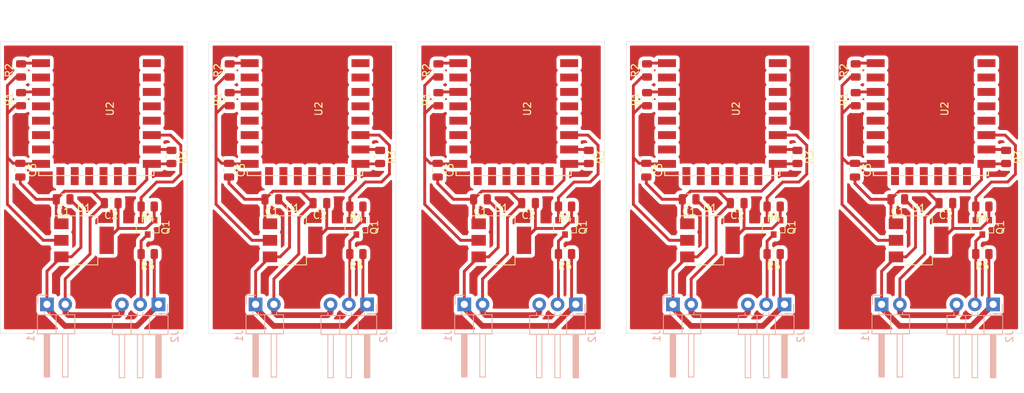
<source format=kicad_pcb>
(kicad_pcb (version 20171130) (host pcbnew "(5.1.10)-1")
  (layers (0 F.Cu signal) (31 B.Cu signal) (34 B.Paste user) (35 F.Paste user) (36 B.SilkS user) (37 F.SilkS user) (38 B.Mask user) (39 F.Mask user) (44 Edge.Cuts user))
  (net 0 "")
  (module Resistor_SMD:R_0805_2012Metric (layer F.Cu) (at 159.2 55.4 180)
    (fp_text reference R5 (at 0 -1.65) (layer F.SilkS))
    (fp_text value 10k)
    (pad 1 smd roundrect (at -0.9125 0 180) (size 1.025 1.4) (layers F.Cu F.Paste F.Mask) (roundrect_rratio 0.243902))
    (pad 2 smd roundrect (at 0.9125 0 180) (size 1.025 1.4) (layers F.Cu F.Paste F.Mask) (roundrect_rratio 0.243902))
  )
  (module Resistor_SMD:R_0805_2012Metric (layer F.Cu) (at 159.2 48.8 180)
    (fp_text reference R4 (at 0 -1.65) (layer F.SilkS))
    (fp_text value 10k)
    (pad 2 smd roundrect (at 0.9125 0 180) (size 1.025 1.4) (layers F.Cu F.Paste F.Mask) (roundrect_rratio 0.243902))
    (pad 1 smd roundrect (at -0.9125 0 180) (size 1.025 1.4) (layers F.Cu F.Paste F.Mask) (roundrect_rratio 0.243902))
  )
  (module Resistor_SMD:R_0805_2012Metric (layer F.Cu) (at 162.5 41.9125 270)
    (fp_text reference R3 (at 0 -1.65 90) (layer F.SilkS))
    (fp_text value 4k7)
    (pad 2 smd roundrect (at 0.9125 0 270) (size 1.025 1.4) (layers F.Cu F.Paste F.Mask) (roundrect_rratio 0.243902))
    (pad 1 smd roundrect (at -0.9125 0 270) (size 1.025 1.4) (layers F.Cu F.Paste F.Mask) (roundrect_rratio 0.243902))
  )
  (module Resistor_SMD:R_0805_2012Metric (layer F.Cu) (at 141.6 29.8875 90)
    (fp_text reference R2 (at 0 -1.65 90) (layer F.SilkS))
    (fp_text value 4k7)
    (pad 1 smd roundrect (at -0.9125 0 90) (size 1.025 1.4) (layers F.Cu F.Paste F.Mask) (roundrect_rratio 0.243902))
    (pad 2 smd roundrect (at 0.9125 0 90) (size 1.025 1.4) (layers F.Cu F.Paste F.Mask) (roundrect_rratio 0.243902))
  )
  (module Resistor_SMD:R_0805_2012Metric (layer F.Cu) (at 141.6 33.8875 90)
    (fp_text reference R1 (at 0 -1.65 90) (layer F.SilkS))
    (fp_text value 4k7)
    (pad 2 smd roundrect (at 0.9125 0 90) (size 1.025 1.4) (layers F.Cu F.Paste F.Mask) (roundrect_rratio 0.243902))
    (pad 1 smd roundrect (at -0.9125 0 90) (size 1.025 1.4) (layers F.Cu F.Paste F.Mask) (roundrect_rratio 0.243902))
  )
  (module Package_TO_SOT_SMD:SOT-223-3_TabPin2 (layer F.Cu) (at 150.35 53.5)
    (fp_text reference U1 (at 0 -4.5) (layer F.SilkS))
    (fp_text value AMS1117-3.3)
    (pad 1 smd rect (at -3.15 -2.3) (size 2 1.5) (layers F.Cu F.Paste F.Mask))
    (pad 3 smd rect (at -3.15 2.3) (size 2 1.5) (layers F.Cu F.Paste F.Mask))
    (pad 2 smd rect (at -3.15 0) (size 2 1.5) (layers F.Cu F.Paste F.Mask))
    (pad 2 smd rect (at 3.15 0) (size 2 3.8) (layers F.Cu F.Paste F.Mask))
  )
  (module Package_TO_SOT_SMD:SOT-23 (layer F.Cu) (at 159.2 51.7 270)
    (fp_text reference Q1 (at 0 -2.5 90) (layer F.SilkS))
    (fp_text value BSS138)
    (pad 3 smd rect (at 1 0 270) (size 0.9 0.8) (layers F.Cu F.Paste F.Mask))
    (pad 2 smd rect (at -1 0.95 270) (size 0.9 0.8) (layers F.Cu F.Paste F.Mask))
    (pad 1 smd rect (at -1 -0.95 270) (size 0.9 0.8) (layers F.Cu F.Paste F.Mask))
  )
  (module esp8266:ESP-12E_SMD (layer F.Cu) (at 145.075001 28.875001)
    (fp_text reference U2 (at 8.89 6.35 90) (layer F.SilkS))
    (fp_text value ESP-12 hide)
    (pad 22 smd rect (at 11.99 15 90) (size 2.5 1.1) (drill (offset -0.7 0)) (layers F.Cu F.Paste F.Mask))
    (pad 21 smd rect (at 9.99 15 90) (size 2.5 1.1) (drill (offset -0.7 0)) (layers F.Cu F.Paste F.Mask))
    (pad 20 smd rect (at 7.99 15 90) (size 2.5 1.1) (drill (offset -0.7 0)) (layers F.Cu F.Paste F.Mask))
    (pad 19 smd rect (at 5.99 15 90) (size 2.5 1.1) (drill (offset -0.7 0)) (layers F.Cu F.Paste F.Mask))
    (pad 18 smd rect (at 3.99 15 90) (size 2.5 1.1) (drill (offset -0.7 0)) (layers F.Cu F.Paste F.Mask))
    (pad 17 smd rect (at 1.99 15 90) (size 2.5 1.1) (drill (offset -0.7 0)) (layers F.Cu F.Paste F.Mask))
    (pad 16 smd rect (at 14 0) (size 2.5 1.1) (drill (offset 0.7 0)) (layers F.Cu F.Paste F.Mask))
    (pad 15 smd rect (at 14 2) (size 2.5 1.1) (drill (offset 0.7 0)) (layers F.Cu F.Paste F.Mask))
    (pad 14 smd rect (at 14 4) (size 2.5 1.1) (drill (offset 0.7 0)) (layers F.Cu F.Paste F.Mask))
    (pad 13 smd rect (at 14 6) (size 2.5 1.1) (drill (offset 0.7 0)) (layers F.Cu F.Paste F.Mask))
    (pad 12 smd rect (at 14 8) (size 2.5 1.1) (drill (offset 0.7 0)) (layers F.Cu F.Paste F.Mask))
    (pad 11 smd rect (at 14 10) (size 2.5 1.1) (drill (offset 0.7 0)) (layers F.Cu F.Paste F.Mask))
    (pad 10 smd rect (at 14 12) (size 2.5 1.1) (drill (offset 0.7 0)) (layers F.Cu F.Paste F.Mask))
    (pad 9 smd rect (at 14 14) (size 2.5 1.1) (drill (offset 0.7 0)) (layers F.Cu F.Paste F.Mask))
    (pad 8 smd rect (at 0 14) (size 2.5 1.1) (drill (offset -0.7 0)) (layers F.Cu F.Paste F.Mask))
    (pad 7 smd rect (at 0 12) (size 2.5 1.1) (drill (offset -0.7 0)) (layers F.Cu F.Paste F.Mask))
    (pad 6 smd rect (at 0 10) (size 2.5 1.1) (drill (offset -0.7 0)) (layers F.Cu F.Paste F.Mask))
    (pad 5 smd rect (at 0 8) (size 2.5 1.1) (drill (offset -0.7 0)) (layers F.Cu F.Paste F.Mask))
    (pad 4 smd rect (at 0 6) (size 2.5 1.1) (drill (offset -0.7 0)) (layers F.Cu F.Paste F.Mask))
    (pad 3 smd rect (at 0 4) (size 2.5 1.1) (drill (offset -0.7 0)) (layers F.Cu F.Paste F.Mask))
    (pad 2 smd rect (at 0 2) (size 2.5 1.1) (drill (offset -0.7 0)) (layers F.Cu F.Paste F.Mask))
    (pad 1 smd rect (at 0 0) (size 2.5 1.1) (drill (offset -0.7 0)) (layers F.Cu F.Paste F.Mask))
  )
  (module Connector_PinHeader_2.54mm:PinHeader_1x03_P2.54mm_Horizontal (layer B.Cu) (at 160.7 62.4 90)
    (fp_text reference J2 (at -4.485 2.27 -90) (layer B.SilkS) (effects (justify mirror)))
    (fp_text value Conn_01x03_Female)
    (pad 3 thru_hole oval (at 0 -5.08 90) (size 1.9 1.9) (drill 1) (layers *.Cu *.Mask))
    (pad 2 thru_hole oval (at 0 -2.54 90) (size 1.9 1.9) (drill 1) (layers *.Cu *.Mask))
    (pad 1 thru_hole rect (at 0 0 90) (size 1.9 1.9) (drill 1) (layers *.Cu *.Mask))
  )
  (module Connector_PinHeader_2.54mm:PinHeader_1x02_P2.54mm_Horizontal (layer B.Cu) (at 145.2 62.4 270)
    (fp_text reference J1 (at 4.385 2.27 270) (layer B.SilkS) (effects (justify mirror)))
    (fp_text value Conn_01x02_Female)
    (pad 2 thru_hole oval (at 0 -2.54 270) (size 1.9 1.9) (drill 1) (layers *.Cu *.Mask))
    (pad 1 thru_hole rect (at 0 0 270) (size 1.9 1.9) (drill 1) (layers *.Cu *.Mask))
  )
  (module Capacitor_SMD:C_0805_2012Metric (layer F.Cu) (at 147.45 47.8 180)
    (fp_text reference C1 (at 0 -1.68) (layer F.SilkS))
    (fp_text value 100)
    (pad 2 smd roundrect (at 0.95 0 180) (size 1 1.45) (layers F.Cu F.Paste F.Mask))
    (pad 1 smd roundrect (at -0.95 0 180) (size 1 1.45) (layers F.Cu F.Paste F.Mask))
  )
  (module Capacitor_SMD:C_0805_2012Metric (layer F.Cu) (at 154.133 48.3322 180)
    (fp_text reference C2 (at 0 -1.68) (layer F.SilkS))
    (fp_text value 100)
    (pad 1 smd roundrect (at -0.95 0 180) (size 1 1.45) (layers F.Cu F.Paste F.Mask))
    (pad 2 smd roundrect (at 0.95 0 180) (size 1 1.45) (layers F.Cu F.Paste F.Mask))
  )
  (module Capacitor_SMD:C_0805_2012Metric (layer F.Cu) (at 141.5 43.75 270)
    (fp_text reference C3 (at 0 -1.68 90) (layer F.SilkS))
    (fp_text value 100)
    (pad 2 smd roundrect (at 0.95 0 270) (size 1 1.45) (layers F.Cu F.Paste F.Mask))
    (pad 1 smd roundrect (at -0.95 0 270) (size 1 1.45) (layers F.Cu F.Paste F.Mask))
  )
  (module Resistor_SMD:R_0805_2012Metric (layer F.Cu) (at 130.2 55.4 180)
    (fp_text reference R5 (at 0 -1.65) (layer F.SilkS))
    (fp_text value 10k)
    (pad 1 smd roundrect (at -0.9125 0 180) (size 1.025 1.4) (layers F.Cu F.Paste F.Mask) (roundrect_rratio 0.243902))
    (pad 2 smd roundrect (at 0.9125 0 180) (size 1.025 1.4) (layers F.Cu F.Paste F.Mask) (roundrect_rratio 0.243902))
  )
  (module Resistor_SMD:R_0805_2012Metric (layer F.Cu) (at 130.2 48.8 180)
    (fp_text reference R4 (at 0 -1.65) (layer F.SilkS))
    (fp_text value 10k)
    (pad 2 smd roundrect (at 0.9125 0 180) (size 1.025 1.4) (layers F.Cu F.Paste F.Mask) (roundrect_rratio 0.243902))
    (pad 1 smd roundrect (at -0.9125 0 180) (size 1.025 1.4) (layers F.Cu F.Paste F.Mask) (roundrect_rratio 0.243902))
  )
  (module Resistor_SMD:R_0805_2012Metric (layer F.Cu) (at 133.5 41.9125 270)
    (fp_text reference R3 (at 0 -1.65 90) (layer F.SilkS))
    (fp_text value 4k7)
    (pad 2 smd roundrect (at 0.9125 0 270) (size 1.025 1.4) (layers F.Cu F.Paste F.Mask) (roundrect_rratio 0.243902))
    (pad 1 smd roundrect (at -0.9125 0 270) (size 1.025 1.4) (layers F.Cu F.Paste F.Mask) (roundrect_rratio 0.243902))
  )
  (module Resistor_SMD:R_0805_2012Metric (layer F.Cu) (at 112.6 29.8875 90)
    (fp_text reference R2 (at 0 -1.65 90) (layer F.SilkS))
    (fp_text value 4k7)
    (pad 1 smd roundrect (at -0.9125 0 90) (size 1.025 1.4) (layers F.Cu F.Paste F.Mask) (roundrect_rratio 0.243902))
    (pad 2 smd roundrect (at 0.9125 0 90) (size 1.025 1.4) (layers F.Cu F.Paste F.Mask) (roundrect_rratio 0.243902))
  )
  (module Resistor_SMD:R_0805_2012Metric (layer F.Cu) (at 112.6 33.8875 90)
    (fp_text reference R1 (at 0 -1.65 90) (layer F.SilkS))
    (fp_text value 4k7)
    (pad 2 smd roundrect (at 0.9125 0 90) (size 1.025 1.4) (layers F.Cu F.Paste F.Mask) (roundrect_rratio 0.243902))
    (pad 1 smd roundrect (at -0.9125 0 90) (size 1.025 1.4) (layers F.Cu F.Paste F.Mask) (roundrect_rratio 0.243902))
  )
  (module Package_TO_SOT_SMD:SOT-223-3_TabPin2 (layer F.Cu) (at 121.35 53.5)
    (fp_text reference U1 (at 0 -4.5) (layer F.SilkS))
    (fp_text value AMS1117-3.3)
    (pad 1 smd rect (at -3.15 -2.3) (size 2 1.5) (layers F.Cu F.Paste F.Mask))
    (pad 3 smd rect (at -3.15 2.3) (size 2 1.5) (layers F.Cu F.Paste F.Mask))
    (pad 2 smd rect (at -3.15 0) (size 2 1.5) (layers F.Cu F.Paste F.Mask))
    (pad 2 smd rect (at 3.15 0) (size 2 3.8) (layers F.Cu F.Paste F.Mask))
  )
  (module Package_TO_SOT_SMD:SOT-23 (layer F.Cu) (at 130.2 51.7 270)
    (fp_text reference Q1 (at 0 -2.5 90) (layer F.SilkS))
    (fp_text value BSS138)
    (pad 3 smd rect (at 1 0 270) (size 0.9 0.8) (layers F.Cu F.Paste F.Mask))
    (pad 2 smd rect (at -1 0.95 270) (size 0.9 0.8) (layers F.Cu F.Paste F.Mask))
    (pad 1 smd rect (at -1 -0.95 270) (size 0.9 0.8) (layers F.Cu F.Paste F.Mask))
  )
  (module esp8266:ESP-12E_SMD (layer F.Cu) (at 116.075001 28.875001)
    (fp_text reference U2 (at 8.89 6.35 90) (layer F.SilkS))
    (fp_text value ESP-12 hide)
    (pad 22 smd rect (at 11.99 15 90) (size 2.5 1.1) (drill (offset -0.7 0)) (layers F.Cu F.Paste F.Mask))
    (pad 21 smd rect (at 9.99 15 90) (size 2.5 1.1) (drill (offset -0.7 0)) (layers F.Cu F.Paste F.Mask))
    (pad 20 smd rect (at 7.99 15 90) (size 2.5 1.1) (drill (offset -0.7 0)) (layers F.Cu F.Paste F.Mask))
    (pad 19 smd rect (at 5.99 15 90) (size 2.5 1.1) (drill (offset -0.7 0)) (layers F.Cu F.Paste F.Mask))
    (pad 18 smd rect (at 3.99 15 90) (size 2.5 1.1) (drill (offset -0.7 0)) (layers F.Cu F.Paste F.Mask))
    (pad 17 smd rect (at 1.99 15 90) (size 2.5 1.1) (drill (offset -0.7 0)) (layers F.Cu F.Paste F.Mask))
    (pad 16 smd rect (at 14 0) (size 2.5 1.1) (drill (offset 0.7 0)) (layers F.Cu F.Paste F.Mask))
    (pad 15 smd rect (at 14 2) (size 2.5 1.1) (drill (offset 0.7 0)) (layers F.Cu F.Paste F.Mask))
    (pad 14 smd rect (at 14 4) (size 2.5 1.1) (drill (offset 0.7 0)) (layers F.Cu F.Paste F.Mask))
    (pad 13 smd rect (at 14 6) (size 2.5 1.1) (drill (offset 0.7 0)) (layers F.Cu F.Paste F.Mask))
    (pad 12 smd rect (at 14 8) (size 2.5 1.1) (drill (offset 0.7 0)) (layers F.Cu F.Paste F.Mask))
    (pad 11 smd rect (at 14 10) (size 2.5 1.1) (drill (offset 0.7 0)) (layers F.Cu F.Paste F.Mask))
    (pad 10 smd rect (at 14 12) (size 2.5 1.1) (drill (offset 0.7 0)) (layers F.Cu F.Paste F.Mask))
    (pad 9 smd rect (at 14 14) (size 2.5 1.1) (drill (offset 0.7 0)) (layers F.Cu F.Paste F.Mask))
    (pad 8 smd rect (at 0 14) (size 2.5 1.1) (drill (offset -0.7 0)) (layers F.Cu F.Paste F.Mask))
    (pad 7 smd rect (at 0 12) (size 2.5 1.1) (drill (offset -0.7 0)) (layers F.Cu F.Paste F.Mask))
    (pad 6 smd rect (at 0 10) (size 2.5 1.1) (drill (offset -0.7 0)) (layers F.Cu F.Paste F.Mask))
    (pad 5 smd rect (at 0 8) (size 2.5 1.1) (drill (offset -0.7 0)) (layers F.Cu F.Paste F.Mask))
    (pad 4 smd rect (at 0 6) (size 2.5 1.1) (drill (offset -0.7 0)) (layers F.Cu F.Paste F.Mask))
    (pad 3 smd rect (at 0 4) (size 2.5 1.1) (drill (offset -0.7 0)) (layers F.Cu F.Paste F.Mask))
    (pad 2 smd rect (at 0 2) (size 2.5 1.1) (drill (offset -0.7 0)) (layers F.Cu F.Paste F.Mask))
    (pad 1 smd rect (at 0 0) (size 2.5 1.1) (drill (offset -0.7 0)) (layers F.Cu F.Paste F.Mask))
  )
  (module Connector_PinHeader_2.54mm:PinHeader_1x03_P2.54mm_Horizontal (layer B.Cu) (at 131.7 62.4 90)
    (fp_text reference J2 (at -4.485 2.27 -90) (layer B.SilkS) (effects (justify mirror)))
    (fp_text value Conn_01x03_Female)
    (pad 3 thru_hole oval (at 0 -5.08 90) (size 1.9 1.9) (drill 1) (layers *.Cu *.Mask))
    (pad 2 thru_hole oval (at 0 -2.54 90) (size 1.9 1.9) (drill 1) (layers *.Cu *.Mask))
    (pad 1 thru_hole rect (at 0 0 90) (size 1.9 1.9) (drill 1) (layers *.Cu *.Mask))
  )
  (module Connector_PinHeader_2.54mm:PinHeader_1x02_P2.54mm_Horizontal (layer B.Cu) (at 116.2 62.4 270)
    (fp_text reference J1 (at 4.385 2.27 270) (layer B.SilkS) (effects (justify mirror)))
    (fp_text value Conn_01x02_Female)
    (pad 2 thru_hole oval (at 0 -2.54 270) (size 1.9 1.9) (drill 1) (layers *.Cu *.Mask))
    (pad 1 thru_hole rect (at 0 0 270) (size 1.9 1.9) (drill 1) (layers *.Cu *.Mask))
  )
  (module Capacitor_SMD:C_0805_2012Metric (layer F.Cu) (at 118.45 47.8 180)
    (fp_text reference C1 (at 0 -1.68) (layer F.SilkS))
    (fp_text value 100)
    (pad 2 smd roundrect (at 0.95 0 180) (size 1 1.45) (layers F.Cu F.Paste F.Mask))
    (pad 1 smd roundrect (at -0.95 0 180) (size 1 1.45) (layers F.Cu F.Paste F.Mask))
  )
  (module Capacitor_SMD:C_0805_2012Metric (layer F.Cu) (at 125.133 48.3322 180)
    (fp_text reference C2 (at 0 -1.68) (layer F.SilkS))
    (fp_text value 100)
    (pad 1 smd roundrect (at -0.95 0 180) (size 1 1.45) (layers F.Cu F.Paste F.Mask))
    (pad 2 smd roundrect (at 0.95 0 180) (size 1 1.45) (layers F.Cu F.Paste F.Mask))
  )
  (module Capacitor_SMD:C_0805_2012Metric (layer F.Cu) (at 112.5 43.75 270)
    (fp_text reference C3 (at 0 -1.68 90) (layer F.SilkS))
    (fp_text value 100)
    (pad 2 smd roundrect (at 0.95 0 270) (size 1 1.45) (layers F.Cu F.Paste F.Mask))
    (pad 1 smd roundrect (at -0.95 0 270) (size 1 1.45) (layers F.Cu F.Paste F.Mask))
  )
  (module Resistor_SMD:R_0805_2012Metric (layer F.Cu) (at 101.2 55.4 180)
    (fp_text reference R5 (at 0 -1.65) (layer F.SilkS))
    (fp_text value 10k)
    (pad 1 smd roundrect (at -0.9125 0 180) (size 1.025 1.4) (layers F.Cu F.Paste F.Mask) (roundrect_rratio 0.243902))
    (pad 2 smd roundrect (at 0.9125 0 180) (size 1.025 1.4) (layers F.Cu F.Paste F.Mask) (roundrect_rratio 0.243902))
  )
  (module Resistor_SMD:R_0805_2012Metric (layer F.Cu) (at 101.2 48.8 180)
    (fp_text reference R4 (at 0 -1.65) (layer F.SilkS))
    (fp_text value 10k)
    (pad 2 smd roundrect (at 0.9125 0 180) (size 1.025 1.4) (layers F.Cu F.Paste F.Mask) (roundrect_rratio 0.243902))
    (pad 1 smd roundrect (at -0.9125 0 180) (size 1.025 1.4) (layers F.Cu F.Paste F.Mask) (roundrect_rratio 0.243902))
  )
  (module Resistor_SMD:R_0805_2012Metric (layer F.Cu) (at 104.5 41.9125 270)
    (fp_text reference R3 (at 0 -1.65 90) (layer F.SilkS))
    (fp_text value 4k7)
    (pad 2 smd roundrect (at 0.9125 0 270) (size 1.025 1.4) (layers F.Cu F.Paste F.Mask) (roundrect_rratio 0.243902))
    (pad 1 smd roundrect (at -0.9125 0 270) (size 1.025 1.4) (layers F.Cu F.Paste F.Mask) (roundrect_rratio 0.243902))
  )
  (module Resistor_SMD:R_0805_2012Metric (layer F.Cu) (at 83.6 29.8875 90)
    (fp_text reference R2 (at 0 -1.65 90) (layer F.SilkS))
    (fp_text value 4k7)
    (pad 1 smd roundrect (at -0.9125 0 90) (size 1.025 1.4) (layers F.Cu F.Paste F.Mask) (roundrect_rratio 0.243902))
    (pad 2 smd roundrect (at 0.9125 0 90) (size 1.025 1.4) (layers F.Cu F.Paste F.Mask) (roundrect_rratio 0.243902))
  )
  (module Resistor_SMD:R_0805_2012Metric (layer F.Cu) (at 83.6 33.8875 90)
    (fp_text reference R1 (at 0 -1.65 90) (layer F.SilkS))
    (fp_text value 4k7)
    (pad 2 smd roundrect (at 0.9125 0 90) (size 1.025 1.4) (layers F.Cu F.Paste F.Mask) (roundrect_rratio 0.243902))
    (pad 1 smd roundrect (at -0.9125 0 90) (size 1.025 1.4) (layers F.Cu F.Paste F.Mask) (roundrect_rratio 0.243902))
  )
  (module Package_TO_SOT_SMD:SOT-223-3_TabPin2 (layer F.Cu) (at 92.35 53.5)
    (fp_text reference U1 (at 0 -4.5) (layer F.SilkS))
    (fp_text value AMS1117-3.3)
    (pad 1 smd rect (at -3.15 -2.3) (size 2 1.5) (layers F.Cu F.Paste F.Mask))
    (pad 3 smd rect (at -3.15 2.3) (size 2 1.5) (layers F.Cu F.Paste F.Mask))
    (pad 2 smd rect (at -3.15 0) (size 2 1.5) (layers F.Cu F.Paste F.Mask))
    (pad 2 smd rect (at 3.15 0) (size 2 3.8) (layers F.Cu F.Paste F.Mask))
  )
  (module Package_TO_SOT_SMD:SOT-23 (layer F.Cu) (at 101.2 51.7 270)
    (fp_text reference Q1 (at 0 -2.5 90) (layer F.SilkS))
    (fp_text value BSS138)
    (pad 3 smd rect (at 1 0 270) (size 0.9 0.8) (layers F.Cu F.Paste F.Mask))
    (pad 2 smd rect (at -1 0.95 270) (size 0.9 0.8) (layers F.Cu F.Paste F.Mask))
    (pad 1 smd rect (at -1 -0.95 270) (size 0.9 0.8) (layers F.Cu F.Paste F.Mask))
  )
  (module esp8266:ESP-12E_SMD (layer F.Cu) (at 87.075001 28.875001)
    (fp_text reference U2 (at 8.89 6.35 90) (layer F.SilkS))
    (fp_text value ESP-12 hide)
    (pad 22 smd rect (at 11.99 15 90) (size 2.5 1.1) (drill (offset -0.7 0)) (layers F.Cu F.Paste F.Mask))
    (pad 21 smd rect (at 9.99 15 90) (size 2.5 1.1) (drill (offset -0.7 0)) (layers F.Cu F.Paste F.Mask))
    (pad 20 smd rect (at 7.99 15 90) (size 2.5 1.1) (drill (offset -0.7 0)) (layers F.Cu F.Paste F.Mask))
    (pad 19 smd rect (at 5.99 15 90) (size 2.5 1.1) (drill (offset -0.7 0)) (layers F.Cu F.Paste F.Mask))
    (pad 18 smd rect (at 3.99 15 90) (size 2.5 1.1) (drill (offset -0.7 0)) (layers F.Cu F.Paste F.Mask))
    (pad 17 smd rect (at 1.99 15 90) (size 2.5 1.1) (drill (offset -0.7 0)) (layers F.Cu F.Paste F.Mask))
    (pad 16 smd rect (at 14 0) (size 2.5 1.1) (drill (offset 0.7 0)) (layers F.Cu F.Paste F.Mask))
    (pad 15 smd rect (at 14 2) (size 2.5 1.1) (drill (offset 0.7 0)) (layers F.Cu F.Paste F.Mask))
    (pad 14 smd rect (at 14 4) (size 2.5 1.1) (drill (offset 0.7 0)) (layers F.Cu F.Paste F.Mask))
    (pad 13 smd rect (at 14 6) (size 2.5 1.1) (drill (offset 0.7 0)) (layers F.Cu F.Paste F.Mask))
    (pad 12 smd rect (at 14 8) (size 2.5 1.1) (drill (offset 0.7 0)) (layers F.Cu F.Paste F.Mask))
    (pad 11 smd rect (at 14 10) (size 2.5 1.1) (drill (offset 0.7 0)) (layers F.Cu F.Paste F.Mask))
    (pad 10 smd rect (at 14 12) (size 2.5 1.1) (drill (offset 0.7 0)) (layers F.Cu F.Paste F.Mask))
    (pad 9 smd rect (at 14 14) (size 2.5 1.1) (drill (offset 0.7 0)) (layers F.Cu F.Paste F.Mask))
    (pad 8 smd rect (at 0 14) (size 2.5 1.1) (drill (offset -0.7 0)) (layers F.Cu F.Paste F.Mask))
    (pad 7 smd rect (at 0 12) (size 2.5 1.1) (drill (offset -0.7 0)) (layers F.Cu F.Paste F.Mask))
    (pad 6 smd rect (at 0 10) (size 2.5 1.1) (drill (offset -0.7 0)) (layers F.Cu F.Paste F.Mask))
    (pad 5 smd rect (at 0 8) (size 2.5 1.1) (drill (offset -0.7 0)) (layers F.Cu F.Paste F.Mask))
    (pad 4 smd rect (at 0 6) (size 2.5 1.1) (drill (offset -0.7 0)) (layers F.Cu F.Paste F.Mask))
    (pad 3 smd rect (at 0 4) (size 2.5 1.1) (drill (offset -0.7 0)) (layers F.Cu F.Paste F.Mask))
    (pad 2 smd rect (at 0 2) (size 2.5 1.1) (drill (offset -0.7 0)) (layers F.Cu F.Paste F.Mask))
    (pad 1 smd rect (at 0 0) (size 2.5 1.1) (drill (offset -0.7 0)) (layers F.Cu F.Paste F.Mask))
  )
  (module Connector_PinHeader_2.54mm:PinHeader_1x03_P2.54mm_Horizontal (layer B.Cu) (at 102.7 62.4 90)
    (fp_text reference J2 (at -4.485 2.27 -90) (layer B.SilkS) (effects (justify mirror)))
    (fp_text value Conn_01x03_Female)
    (pad 3 thru_hole oval (at 0 -5.08 90) (size 1.9 1.9) (drill 1) (layers *.Cu *.Mask))
    (pad 2 thru_hole oval (at 0 -2.54 90) (size 1.9 1.9) (drill 1) (layers *.Cu *.Mask))
    (pad 1 thru_hole rect (at 0 0 90) (size 1.9 1.9) (drill 1) (layers *.Cu *.Mask))
  )
  (module Connector_PinHeader_2.54mm:PinHeader_1x02_P2.54mm_Horizontal (layer B.Cu) (at 87.2 62.4 270)
    (fp_text reference J1 (at 4.385 2.27 270) (layer B.SilkS) (effects (justify mirror)))
    (fp_text value Conn_01x02_Female)
    (pad 2 thru_hole oval (at 0 -2.54 270) (size 1.9 1.9) (drill 1) (layers *.Cu *.Mask))
    (pad 1 thru_hole rect (at 0 0 270) (size 1.9 1.9) (drill 1) (layers *.Cu *.Mask))
  )
  (module Capacitor_SMD:C_0805_2012Metric (layer F.Cu) (at 89.45 47.8 180)
    (fp_text reference C1 (at 0 -1.68) (layer F.SilkS))
    (fp_text value 100)
    (pad 2 smd roundrect (at 0.95 0 180) (size 1 1.45) (layers F.Cu F.Paste F.Mask))
    (pad 1 smd roundrect (at -0.95 0 180) (size 1 1.45) (layers F.Cu F.Paste F.Mask))
  )
  (module Capacitor_SMD:C_0805_2012Metric (layer F.Cu) (at 96.133 48.3322 180)
    (fp_text reference C2 (at 0 -1.68) (layer F.SilkS))
    (fp_text value 100)
    (pad 1 smd roundrect (at -0.95 0 180) (size 1 1.45) (layers F.Cu F.Paste F.Mask))
    (pad 2 smd roundrect (at 0.95 0 180) (size 1 1.45) (layers F.Cu F.Paste F.Mask))
  )
  (module Capacitor_SMD:C_0805_2012Metric (layer F.Cu) (at 83.5 43.75 270)
    (fp_text reference C3 (at 0 -1.68 90) (layer F.SilkS))
    (fp_text value 100)
    (pad 2 smd roundrect (at 0.95 0 270) (size 1 1.45) (layers F.Cu F.Paste F.Mask))
    (pad 1 smd roundrect (at -0.95 0 270) (size 1 1.45) (layers F.Cu F.Paste F.Mask))
  )
  (module Resistor_SMD:R_0805_2012Metric (layer F.Cu) (at 72.2 55.4 180)
    (fp_text reference R5 (at 0 -1.65) (layer F.SilkS))
    (fp_text value 10k)
    (pad 1 smd roundrect (at -0.9125 0 180) (size 1.025 1.4) (layers F.Cu F.Paste F.Mask) (roundrect_rratio 0.243902))
    (pad 2 smd roundrect (at 0.9125 0 180) (size 1.025 1.4) (layers F.Cu F.Paste F.Mask) (roundrect_rratio 0.243902))
  )
  (module Resistor_SMD:R_0805_2012Metric (layer F.Cu) (at 72.2 48.8 180)
    (fp_text reference R4 (at 0 -1.65) (layer F.SilkS))
    (fp_text value 10k)
    (pad 2 smd roundrect (at 0.9125 0 180) (size 1.025 1.4) (layers F.Cu F.Paste F.Mask) (roundrect_rratio 0.243902))
    (pad 1 smd roundrect (at -0.9125 0 180) (size 1.025 1.4) (layers F.Cu F.Paste F.Mask) (roundrect_rratio 0.243902))
  )
  (module Resistor_SMD:R_0805_2012Metric (layer F.Cu) (at 75.5 41.9125 270)
    (fp_text reference R3 (at 0 -1.65 90) (layer F.SilkS))
    (fp_text value 4k7)
    (pad 2 smd roundrect (at 0.9125 0 270) (size 1.025 1.4) (layers F.Cu F.Paste F.Mask) (roundrect_rratio 0.243902))
    (pad 1 smd roundrect (at -0.9125 0 270) (size 1.025 1.4) (layers F.Cu F.Paste F.Mask) (roundrect_rratio 0.243902))
  )
  (module Resistor_SMD:R_0805_2012Metric (layer F.Cu) (at 54.6 29.8875 90)
    (fp_text reference R2 (at 0 -1.65 90) (layer F.SilkS))
    (fp_text value 4k7)
    (pad 1 smd roundrect (at -0.9125 0 90) (size 1.025 1.4) (layers F.Cu F.Paste F.Mask) (roundrect_rratio 0.243902))
    (pad 2 smd roundrect (at 0.9125 0 90) (size 1.025 1.4) (layers F.Cu F.Paste F.Mask) (roundrect_rratio 0.243902))
  )
  (module Resistor_SMD:R_0805_2012Metric (layer F.Cu) (at 54.6 33.8875 90)
    (fp_text reference R1 (at 0 -1.65 90) (layer F.SilkS))
    (fp_text value 4k7)
    (pad 2 smd roundrect (at 0.9125 0 90) (size 1.025 1.4) (layers F.Cu F.Paste F.Mask) (roundrect_rratio 0.243902))
    (pad 1 smd roundrect (at -0.9125 0 90) (size 1.025 1.4) (layers F.Cu F.Paste F.Mask) (roundrect_rratio 0.243902))
  )
  (module Package_TO_SOT_SMD:SOT-223-3_TabPin2 (layer F.Cu) (at 63.35 53.5)
    (fp_text reference U1 (at 0 -4.5) (layer F.SilkS))
    (fp_text value AMS1117-3.3)
    (pad 1 smd rect (at -3.15 -2.3) (size 2 1.5) (layers F.Cu F.Paste F.Mask))
    (pad 3 smd rect (at -3.15 2.3) (size 2 1.5) (layers F.Cu F.Paste F.Mask))
    (pad 2 smd rect (at -3.15 0) (size 2 1.5) (layers F.Cu F.Paste F.Mask))
    (pad 2 smd rect (at 3.15 0) (size 2 3.8) (layers F.Cu F.Paste F.Mask))
  )
  (module Package_TO_SOT_SMD:SOT-23 (layer F.Cu) (at 72.2 51.7 270)
    (fp_text reference Q1 (at 0 -2.5 90) (layer F.SilkS))
    (fp_text value BSS138)
    (pad 3 smd rect (at 1 0 270) (size 0.9 0.8) (layers F.Cu F.Paste F.Mask))
    (pad 2 smd rect (at -1 0.95 270) (size 0.9 0.8) (layers F.Cu F.Paste F.Mask))
    (pad 1 smd rect (at -1 -0.95 270) (size 0.9 0.8) (layers F.Cu F.Paste F.Mask))
  )
  (module esp8266:ESP-12E_SMD (layer F.Cu) (at 58.075001 28.875001)
    (fp_text reference U2 (at 8.89 6.35 90) (layer F.SilkS))
    (fp_text value ESP-12 hide)
    (pad 22 smd rect (at 11.99 15 90) (size 2.5 1.1) (drill (offset -0.7 0)) (layers F.Cu F.Paste F.Mask))
    (pad 21 smd rect (at 9.99 15 90) (size 2.5 1.1) (drill (offset -0.7 0)) (layers F.Cu F.Paste F.Mask))
    (pad 20 smd rect (at 7.99 15 90) (size 2.5 1.1) (drill (offset -0.7 0)) (layers F.Cu F.Paste F.Mask))
    (pad 19 smd rect (at 5.99 15 90) (size 2.5 1.1) (drill (offset -0.7 0)) (layers F.Cu F.Paste F.Mask))
    (pad 18 smd rect (at 3.99 15 90) (size 2.5 1.1) (drill (offset -0.7 0)) (layers F.Cu F.Paste F.Mask))
    (pad 17 smd rect (at 1.99 15 90) (size 2.5 1.1) (drill (offset -0.7 0)) (layers F.Cu F.Paste F.Mask))
    (pad 16 smd rect (at 14 0) (size 2.5 1.1) (drill (offset 0.7 0)) (layers F.Cu F.Paste F.Mask))
    (pad 15 smd rect (at 14 2) (size 2.5 1.1) (drill (offset 0.7 0)) (layers F.Cu F.Paste F.Mask))
    (pad 14 smd rect (at 14 4) (size 2.5 1.1) (drill (offset 0.7 0)) (layers F.Cu F.Paste F.Mask))
    (pad 13 smd rect (at 14 6) (size 2.5 1.1) (drill (offset 0.7 0)) (layers F.Cu F.Paste F.Mask))
    (pad 12 smd rect (at 14 8) (size 2.5 1.1) (drill (offset 0.7 0)) (layers F.Cu F.Paste F.Mask))
    (pad 11 smd rect (at 14 10) (size 2.5 1.1) (drill (offset 0.7 0)) (layers F.Cu F.Paste F.Mask))
    (pad 10 smd rect (at 14 12) (size 2.5 1.1) (drill (offset 0.7 0)) (layers F.Cu F.Paste F.Mask))
    (pad 9 smd rect (at 14 14) (size 2.5 1.1) (drill (offset 0.7 0)) (layers F.Cu F.Paste F.Mask))
    (pad 8 smd rect (at 0 14) (size 2.5 1.1) (drill (offset -0.7 0)) (layers F.Cu F.Paste F.Mask))
    (pad 7 smd rect (at 0 12) (size 2.5 1.1) (drill (offset -0.7 0)) (layers F.Cu F.Paste F.Mask))
    (pad 6 smd rect (at 0 10) (size 2.5 1.1) (drill (offset -0.7 0)) (layers F.Cu F.Paste F.Mask))
    (pad 5 smd rect (at 0 8) (size 2.5 1.1) (drill (offset -0.7 0)) (layers F.Cu F.Paste F.Mask))
    (pad 4 smd rect (at 0 6) (size 2.5 1.1) (drill (offset -0.7 0)) (layers F.Cu F.Paste F.Mask))
    (pad 3 smd rect (at 0 4) (size 2.5 1.1) (drill (offset -0.7 0)) (layers F.Cu F.Paste F.Mask))
    (pad 2 smd rect (at 0 2) (size 2.5 1.1) (drill (offset -0.7 0)) (layers F.Cu F.Paste F.Mask))
    (pad 1 smd rect (at 0 0) (size 2.5 1.1) (drill (offset -0.7 0)) (layers F.Cu F.Paste F.Mask))
  )
  (module Connector_PinHeader_2.54mm:PinHeader_1x03_P2.54mm_Horizontal (layer B.Cu) (at 73.7 62.4 90)
    (fp_text reference J2 (at -4.485 2.27 -90) (layer B.SilkS) (effects (justify mirror)))
    (fp_text value Conn_01x03_Female)
    (pad 3 thru_hole oval (at 0 -5.08 90) (size 1.9 1.9) (drill 1) (layers *.Cu *.Mask))
    (pad 2 thru_hole oval (at 0 -2.54 90) (size 1.9 1.9) (drill 1) (layers *.Cu *.Mask))
    (pad 1 thru_hole rect (at 0 0 90) (size 1.9 1.9) (drill 1) (layers *.Cu *.Mask))
  )
  (module Connector_PinHeader_2.54mm:PinHeader_1x02_P2.54mm_Horizontal (layer B.Cu) (at 58.2 62.4 270)
    (fp_text reference J1 (at 4.385 2.27 270) (layer B.SilkS) (effects (justify mirror)))
    (fp_text value Conn_01x02_Female)
    (pad 2 thru_hole oval (at 0 -2.54 270) (size 1.9 1.9) (drill 1) (layers *.Cu *.Mask))
    (pad 1 thru_hole rect (at 0 0 270) (size 1.9 1.9) (drill 1) (layers *.Cu *.Mask))
  )
  (module Capacitor_SMD:C_0805_2012Metric (layer F.Cu) (at 60.45 47.8 180)
    (fp_text reference C1 (at 0 -1.68) (layer F.SilkS))
    (fp_text value 100)
    (pad 2 smd roundrect (at 0.95 0 180) (size 1 1.45) (layers F.Cu F.Paste F.Mask))
    (pad 1 smd roundrect (at -0.95 0 180) (size 1 1.45) (layers F.Cu F.Paste F.Mask))
  )
  (module Capacitor_SMD:C_0805_2012Metric (layer F.Cu) (at 67.133 48.3322 180)
    (fp_text reference C2 (at 0 -1.68) (layer F.SilkS))
    (fp_text value 100)
    (pad 1 smd roundrect (at -0.95 0 180) (size 1 1.45) (layers F.Cu F.Paste F.Mask))
    (pad 2 smd roundrect (at 0.95 0 180) (size 1 1.45) (layers F.Cu F.Paste F.Mask))
  )
  (module Capacitor_SMD:C_0805_2012Metric (layer F.Cu) (at 54.5 43.75 270)
    (fp_text reference C3 (at 0 -1.68 90) (layer F.SilkS))
    (fp_text value 100)
    (pad 2 smd roundrect (at 0.95 0 270) (size 1 1.45) (layers F.Cu F.Paste F.Mask))
    (pad 1 smd roundrect (at -0.95 0 270) (size 1 1.45) (layers F.Cu F.Paste F.Mask))
  )
  (module Resistor_SMD:R_0805_2012Metric (layer F.Cu) (at 43.2 55.4 180)
    (fp_text reference R5 (at 0 -1.65) (layer F.SilkS))
    (fp_text value 10k)
    (pad 1 smd roundrect (at -0.9125 0 180) (size 1.025 1.4) (layers F.Cu F.Paste F.Mask) (roundrect_rratio 0.243902))
    (pad 2 smd roundrect (at 0.9125 0 180) (size 1.025 1.4) (layers F.Cu F.Paste F.Mask) (roundrect_rratio 0.243902))
  )
  (module Resistor_SMD:R_0805_2012Metric (layer F.Cu) (at 43.2 48.8 180)
    (fp_text reference R4 (at 0 -1.65) (layer F.SilkS))
    (fp_text value 10k)
    (pad 2 smd roundrect (at 0.9125 0 180) (size 1.025 1.4) (layers F.Cu F.Paste F.Mask) (roundrect_rratio 0.243902))
    (pad 1 smd roundrect (at -0.9125 0 180) (size 1.025 1.4) (layers F.Cu F.Paste F.Mask) (roundrect_rratio 0.243902))
  )
  (module Resistor_SMD:R_0805_2012Metric (layer F.Cu) (at 46.5 41.9125 270)
    (fp_text reference R3 (at 0 -1.65 90) (layer F.SilkS))
    (fp_text value 4k7)
    (pad 2 smd roundrect (at 0.9125 0 270) (size 1.025 1.4) (layers F.Cu F.Paste F.Mask) (roundrect_rratio 0.243902))
    (pad 1 smd roundrect (at -0.9125 0 270) (size 1.025 1.4) (layers F.Cu F.Paste F.Mask) (roundrect_rratio 0.243902))
  )
  (module Resistor_SMD:R_0805_2012Metric (layer F.Cu) (at 25.6 29.8875 90)
    (fp_text reference R2 (at 0 -1.65 90) (layer F.SilkS))
    (fp_text value 4k7)
    (pad 1 smd roundrect (at -0.9125 0 90) (size 1.025 1.4) (layers F.Cu F.Paste F.Mask) (roundrect_rratio 0.243902))
    (pad 2 smd roundrect (at 0.9125 0 90) (size 1.025 1.4) (layers F.Cu F.Paste F.Mask) (roundrect_rratio 0.243902))
  )
  (module Resistor_SMD:R_0805_2012Metric (layer F.Cu) (at 25.6 33.8875 90)
    (fp_text reference R1 (at 0 -1.65 90) (layer F.SilkS))
    (fp_text value 4k7)
    (pad 2 smd roundrect (at 0.9125 0 90) (size 1.025 1.4) (layers F.Cu F.Paste F.Mask) (roundrect_rratio 0.243902))
    (pad 1 smd roundrect (at -0.9125 0 90) (size 1.025 1.4) (layers F.Cu F.Paste F.Mask) (roundrect_rratio 0.243902))
  )
  (module Package_TO_SOT_SMD:SOT-223-3_TabPin2 (layer F.Cu) (at 34.35 53.5)
    (fp_text reference U1 (at 0 -4.5) (layer F.SilkS))
    (fp_text value AMS1117-3.3)
    (pad 1 smd rect (at -3.15 -2.3) (size 2 1.5) (layers F.Cu F.Paste F.Mask))
    (pad 3 smd rect (at -3.15 2.3) (size 2 1.5) (layers F.Cu F.Paste F.Mask))
    (pad 2 smd rect (at -3.15 0) (size 2 1.5) (layers F.Cu F.Paste F.Mask))
    (pad 2 smd rect (at 3.15 0) (size 2 3.8) (layers F.Cu F.Paste F.Mask))
  )
  (module Package_TO_SOT_SMD:SOT-23 (layer F.Cu) (at 43.2 51.7 270)
    (fp_text reference Q1 (at 0 -2.5 90) (layer F.SilkS))
    (fp_text value BSS138)
    (pad 3 smd rect (at 1 0 270) (size 0.9 0.8) (layers F.Cu F.Paste F.Mask))
    (pad 2 smd rect (at -1 0.95 270) (size 0.9 0.8) (layers F.Cu F.Paste F.Mask))
    (pad 1 smd rect (at -1 -0.95 270) (size 0.9 0.8) (layers F.Cu F.Paste F.Mask))
  )
  (module esp8266:ESP-12E_SMD (layer F.Cu) (at 29.075001 28.875001)
    (fp_text reference U2 (at 8.89 6.35 90) (layer F.SilkS))
    (fp_text value ESP-12 hide)
    (pad 22 smd rect (at 11.99 15 90) (size 2.5 1.1) (drill (offset -0.7 0)) (layers F.Cu F.Paste F.Mask))
    (pad 21 smd rect (at 9.99 15 90) (size 2.5 1.1) (drill (offset -0.7 0)) (layers F.Cu F.Paste F.Mask))
    (pad 20 smd rect (at 7.99 15 90) (size 2.5 1.1) (drill (offset -0.7 0)) (layers F.Cu F.Paste F.Mask))
    (pad 19 smd rect (at 5.99 15 90) (size 2.5 1.1) (drill (offset -0.7 0)) (layers F.Cu F.Paste F.Mask))
    (pad 18 smd rect (at 3.99 15 90) (size 2.5 1.1) (drill (offset -0.7 0)) (layers F.Cu F.Paste F.Mask))
    (pad 17 smd rect (at 1.99 15 90) (size 2.5 1.1) (drill (offset -0.7 0)) (layers F.Cu F.Paste F.Mask))
    (pad 16 smd rect (at 14 0) (size 2.5 1.1) (drill (offset 0.7 0)) (layers F.Cu F.Paste F.Mask))
    (pad 15 smd rect (at 14 2) (size 2.5 1.1) (drill (offset 0.7 0)) (layers F.Cu F.Paste F.Mask))
    (pad 14 smd rect (at 14 4) (size 2.5 1.1) (drill (offset 0.7 0)) (layers F.Cu F.Paste F.Mask))
    (pad 13 smd rect (at 14 6) (size 2.5 1.1) (drill (offset 0.7 0)) (layers F.Cu F.Paste F.Mask))
    (pad 12 smd rect (at 14 8) (size 2.5 1.1) (drill (offset 0.7 0)) (layers F.Cu F.Paste F.Mask))
    (pad 11 smd rect (at 14 10) (size 2.5 1.1) (drill (offset 0.7 0)) (layers F.Cu F.Paste F.Mask))
    (pad 10 smd rect (at 14 12) (size 2.5 1.1) (drill (offset 0.7 0)) (layers F.Cu F.Paste F.Mask))
    (pad 9 smd rect (at 14 14) (size 2.5 1.1) (drill (offset 0.7 0)) (layers F.Cu F.Paste F.Mask))
    (pad 8 smd rect (at 0 14) (size 2.5 1.1) (drill (offset -0.7 0)) (layers F.Cu F.Paste F.Mask))
    (pad 7 smd rect (at 0 12) (size 2.5 1.1) (drill (offset -0.7 0)) (layers F.Cu F.Paste F.Mask))
    (pad 6 smd rect (at 0 10) (size 2.5 1.1) (drill (offset -0.7 0)) (layers F.Cu F.Paste F.Mask))
    (pad 5 smd rect (at 0 8) (size 2.5 1.1) (drill (offset -0.7 0)) (layers F.Cu F.Paste F.Mask))
    (pad 4 smd rect (at 0 6) (size 2.5 1.1) (drill (offset -0.7 0)) (layers F.Cu F.Paste F.Mask))
    (pad 3 smd rect (at 0 4) (size 2.5 1.1) (drill (offset -0.7 0)) (layers F.Cu F.Paste F.Mask))
    (pad 2 smd rect (at 0 2) (size 2.5 1.1) (drill (offset -0.7 0)) (layers F.Cu F.Paste F.Mask))
    (pad 1 smd rect (at 0 0) (size 2.5 1.1) (drill (offset -0.7 0)) (layers F.Cu F.Paste F.Mask))
  )
  (module Connector_PinHeader_2.54mm:PinHeader_1x03_P2.54mm_Horizontal (layer B.Cu) (at 44.7 62.4 90)
    (fp_text reference J2 (at -4.485 2.27 -90) (layer B.SilkS) (effects (justify mirror)))
    (fp_text value Conn_01x03_Female)
    (pad 3 thru_hole oval (at 0 -5.08 90) (size 1.9 1.9) (drill 1) (layers *.Cu *.Mask))
    (pad 2 thru_hole oval (at 0 -2.54 90) (size 1.9 1.9) (drill 1) (layers *.Cu *.Mask))
    (pad 1 thru_hole rect (at 0 0 90) (size 1.9 1.9) (drill 1) (layers *.Cu *.Mask))
  )
  (module Connector_PinHeader_2.54mm:PinHeader_1x02_P2.54mm_Horizontal (layer B.Cu) (at 29.2 62.4 270)
    (fp_text reference J1 (at 4.385 2.27 270) (layer B.SilkS) (effects (justify mirror)))
    (fp_text value Conn_01x02_Female)
    (pad 2 thru_hole oval (at 0 -2.54 270) (size 1.9 1.9) (drill 1) (layers *.Cu *.Mask))
    (pad 1 thru_hole rect (at 0 0 270) (size 1.9 1.9) (drill 1) (layers *.Cu *.Mask))
  )
  (module Capacitor_SMD:C_0805_2012Metric (layer F.Cu) (at 31.45 47.8 180)
    (fp_text reference C1 (at 0 -1.68) (layer F.SilkS))
    (fp_text value 100)
    (pad 2 smd roundrect (at 0.95 0 180) (size 1 1.45) (layers F.Cu F.Paste F.Mask))
    (pad 1 smd roundrect (at -0.95 0 180) (size 1 1.45) (layers F.Cu F.Paste F.Mask))
  )
  (module Capacitor_SMD:C_0805_2012Metric (layer F.Cu) (at 38.133 48.3322 180)
    (fp_text reference C2 (at 0 -1.68) (layer F.SilkS))
    (fp_text value 100)
    (pad 1 smd roundrect (at -0.95 0 180) (size 1 1.45) (layers F.Cu F.Paste F.Mask))
    (pad 2 smd roundrect (at 0.95 0 180) (size 1 1.45) (layers F.Cu F.Paste F.Mask))
  )
  (module Capacitor_SMD:C_0805_2012Metric (layer F.Cu) (at 25.5 43.75 270)
    (fp_text reference C3 (at 0 -1.68 90) (layer F.SilkS))
    (fp_text value 100)
    (pad 2 smd roundrect (at 0.95 0 270) (size 1 1.45) (layers F.Cu F.Paste F.Mask))
    (pad 1 smd roundrect (at -0.95 0 270) (size 1 1.45) (layers F.Cu F.Paste F.Mask))
  )
  (gr_line (start 164.7 66.4) (end 164.7 61.9) (layer Edge.Cuts) (width 0.05))
  (gr_line (start 138.7 66.4) (end 164.7 66.4) (layer Edge.Cuts) (width 0.05))
  (gr_line (start 138.7 61.9) (end 138.7 66.4) (layer Edge.Cuts) (width 0.05))
  (gr_line (start 138.7 25.9) (end 164.7 25.9) (layer Edge.Cuts) (width 0.05))
  (gr_line (start 164.7 25.9) (end 164.7 61.9) (layer Edge.Cuts) (width 0.05))
  (gr_line (start 138.7 61.9) (end 138.7 25.9) (layer Edge.Cuts) (width 0.05))
  (gr_line (start 135.7 66.4) (end 135.7 61.9) (layer Edge.Cuts) (width 0.05))
  (gr_line (start 109.7 66.4) (end 135.7 66.4) (layer Edge.Cuts) (width 0.05))
  (gr_line (start 109.7 61.9) (end 109.7 66.4) (layer Edge.Cuts) (width 0.05))
  (gr_line (start 109.7 25.9) (end 135.7 25.9) (layer Edge.Cuts) (width 0.05))
  (gr_line (start 135.7 25.9) (end 135.7 61.9) (layer Edge.Cuts) (width 0.05))
  (gr_line (start 109.7 61.9) (end 109.7 25.9) (layer Edge.Cuts) (width 0.05))
  (gr_line (start 106.7 66.4) (end 106.7 61.9) (layer Edge.Cuts) (width 0.05))
  (gr_line (start 80.7 66.4) (end 106.7 66.4) (layer Edge.Cuts) (width 0.05))
  (gr_line (start 80.7 61.9) (end 80.7 66.4) (layer Edge.Cuts) (width 0.05))
  (gr_line (start 80.7 25.9) (end 106.7 25.9) (layer Edge.Cuts) (width 0.05))
  (gr_line (start 106.7 25.9) (end 106.7 61.9) (layer Edge.Cuts) (width 0.05))
  (gr_line (start 80.7 61.9) (end 80.7 25.9) (layer Edge.Cuts) (width 0.05))
  (gr_line (start 77.7 66.4) (end 77.7 61.9) (layer Edge.Cuts) (width 0.05))
  (gr_line (start 51.7 66.4) (end 77.7 66.4) (layer Edge.Cuts) (width 0.05))
  (gr_line (start 51.7 61.9) (end 51.7 66.4) (layer Edge.Cuts) (width 0.05))
  (gr_line (start 51.7 25.9) (end 77.7 25.9) (layer Edge.Cuts) (width 0.05))
  (gr_line (start 77.7 25.9) (end 77.7 61.9) (layer Edge.Cuts) (width 0.05))
  (gr_line (start 51.7 61.9) (end 51.7 25.9) (layer Edge.Cuts) (width 0.05))
  (gr_line (start 48.7 66.4) (end 48.7 61.9) (layer Edge.Cuts) (width 0.05))
  (gr_line (start 22.7 66.4) (end 48.7 66.4) (layer Edge.Cuts) (width 0.05))
  (gr_line (start 22.7 61.9) (end 22.7 66.4) (layer Edge.Cuts) (width 0.05))
  (gr_line (start 22.7 25.9) (end 48.7 25.9) (layer Edge.Cuts) (width 0.05))
  (gr_line (start 48.7 25.9) (end 48.7 61.9) (layer Edge.Cuts) (width 0.05))
  (gr_line (start 22.7 61.9) (end 22.7 25.9) (layer Edge.Cuts) (width 0.05))
  (segment (start 31.7 65.4) (end 41.7 65.4) (width 0.8) (layer F.Cu) (net 0))
  (segment (start 41.7 65.4) (end 44.7 62.4) (width 0.8) (layer F.Cu) (net 0))
  (segment (start 29.2 62.9) (end 31.7 65.4) (width 0.8) (layer F.Cu) (net 0))
  (segment (start 29.2 62.4) (end 29.2 62.9) (width 0.8) (layer F.Cu) (net 0))
  (segment (start 33.9166 49.3166) (end 33.9166 54.4834) (width 0.4) (layer F.Cu) (net 0))
  (segment (start 44.1125 61.8125) (end 44.7 62.4) (width 0.4) (layer F.Cu) (net 0))
  (segment (start 44.1125 55.4) (end 44.1125 61.8125) (width 0.4) (layer F.Cu) (net 0))
  (segment (start 29.2 57.8) (end 31.2 55.8) (width 0.4) (layer F.Cu) (net 0))
  (segment (start 29.2 62.4) (end 29.2 57.8) (width 0.4) (layer F.Cu) (net 0))
  (segment (start 32.6 55.8) (end 31.2 55.8) (width 0.4) (layer F.Cu) (net 0))
  (segment (start 32.4 47.8) (end 33.9166 49.3166) (width 0.4) (layer F.Cu) (net 0))
  (segment (start 33.9166 54.4834) (end 32.6 55.8) (width 0.4) (layer F.Cu) (net 0))
  (segment (start 25.5 44.7) (end 25.5 45.6) (width 0.4) (layer F.Cu) (net 0))
  (segment (start 30.4 47.9) (end 30.5 47.8) (width 0.4) (layer F.Cu) (net 0))
  (segment (start 43.075001 42.875001) (end 46.449999 42.875001) (width 0.4) (layer F.Cu) (net 0))
  (segment (start 46.449999 42.875001) (end 46.5 42.825) (width 0.4) (layer F.Cu) (net 0))
  (segment (start 39.2 63.9) (end 39.62 63.48) (width 0.8) (layer F.Cu) (net 0))
  (segment (start 39.62 63.48) (end 39.62 62.4) (width 0.8) (layer F.Cu) (net 0))
  (segment (start 32.2 63.9) (end 39.2 63.9) (width 0.8) (layer F.Cu) (net 0))
  (segment (start 31.74 63.44) (end 32.2 63.9) (width 0.8) (layer F.Cu) (net 0))
  (segment (start 31.74 62.4) (end 31.74 63.44) (width 0.8) (layer F.Cu) (net 0))
  (segment (start 35.2 55.4) (end 35.2 50.3152) (width 0.4) (layer F.Cu) (net 0))
  (segment (start 35.2 50.3152) (end 37.183 48.3322) (width 0.4) (layer F.Cu) (net 0))
  (segment (start 31.74 58.86) (end 35.2 55.4) (width 0.4) (layer F.Cu) (net 0))
  (segment (start 31.74 62.4) (end 31.74 58.86) (width 0.4) (layer F.Cu) (net 0))
  (segment (start 31.62501 46.67499) (end 35.54841 46.67499) (width 0.4) (layer F.Cu) (net 0))
  (segment (start 35.54841 46.67499) (end 41.485014 46.67499) (width 0.4) (layer F.Cu) (net 0))
  (segment (start 37.183 48.3322) (end 35.54841 46.69761) (width 0.4) (layer F.Cu) (net 0))
  (segment (start 35.54841 46.69761) (end 35.54841 46.67499) (width 0.4) (layer F.Cu) (net 0))
  (segment (start 30.5 47.8) (end 31.62501 46.67499) (width 0.4) (layer F.Cu) (net 0))
  (segment (start 41.485014 46.67499) (end 43.075001 45.085003) (width 0.4) (layer F.Cu) (net 0))
  (segment (start 43.075001 45.085003) (end 43.075001 42.875001) (width 0.4) (layer F.Cu) (net 0))
  (segment (start 30.95 51.45) (end 31.2 51.2) (width 0.4) (layer F.Cu) (net 0))
  (segment (start 30.5 47.8) (end 30.5 50.5) (width 0.4) (layer F.Cu) (net 0))
  (segment (start 30.5 50.5) (end 31.2 51.2) (width 0.4) (layer F.Cu) (net 0))
  (segment (start 46.649999 42.875001) (end 46.7 42.825) (width 0.4) (layer F.Cu) (net 0))
  (segment (start 25.5 45.6) (end 27.7 47.8) (width 0.4) (layer F.Cu) (net 0))
  (segment (start 27.7 47.8) (end 30.5 47.8) (width 0.4) (layer F.Cu) (net 0))
  (segment (start 25.624999 42.875001) (end 25.5 43) (width 0.4) (layer F.Cu) (net 0))
  (segment (start 24.5 42.8) (end 25.5 42.8) (width 0.4) (layer F.Cu) (net 0))
  (segment (start 43.000001 51.849999) (end 44.15 50.7) (width 0.4) (layer F.Cu) (net 0))
  (segment (start 39.150001 51.849999) (end 43.000001 51.849999) (width 0.4) (layer F.Cu) (net 0))
  (segment (start 25.6 34.8) (end 24.8 34.8) (width 0.4) (layer F.Cu) (net 0))
  (segment (start 29.050002 42.9) (end 29.075001 42.875001) (width 0.4) (layer F.Cu) (net 0))
  (segment (start 29.075001 42.875001) (end 25.575001 42.875001) (width 0.4) (layer F.Cu) (net 0))
  (segment (start 23.7 35.9) (end 23.7 42) (width 0.4) (layer F.Cu) (net 0))
  (segment (start 24.9 30.8) (end 23.7 32) (width 0.4) (layer F.Cu) (net 0))
  (segment (start 23.7 32) (end 23.7 35.9) (width 0.4) (layer F.Cu) (net 0))
  (segment (start 25.6 30.8) (end 24.9 30.8) (width 0.4) (layer F.Cu) (net 0))
  (segment (start 31.031 53.331) (end 31.2 53.5) (width 0.4) (layer F.Cu) (net 0))
  (segment (start 37.5 53.5) (end 39.150001 51.849999) (width 0.4) (layer F.Cu) (net 0))
  (segment (start 23.7 42) (end 23.7 48.5) (width 0.4) (layer F.Cu) (net 0))
  (segment (start 39.083 51.917) (end 37.5 53.5) (width 0.4) (layer F.Cu) (net 0))
  (segment (start 44.1125 48.8) (end 44.1125 50.6625) (width 0.4) (layer F.Cu) (net 0))
  (segment (start 24.8 34.8) (end 23.7 35.9) (width 0.4) (layer F.Cu) (net 0))
  (segment (start 23.7 48.5) (end 28.7 53.5) (width 0.4) (layer F.Cu) (net 0))
  (segment (start 28.7 53.5) (end 31.2 53.5) (width 0.4) (layer F.Cu) (net 0))
  (segment (start 39.083 48.3322) (end 39.083 51.917) (width 0.4) (layer F.Cu) (net 0))
  (segment (start 44.1125 50.6625) (end 44.15 50.7) (width 0.4) (layer F.Cu) (net 0))
  (segment (start 23.7 42) (end 24.5 42.8) (width 0.4) (layer F.Cu) (net 0))
  (segment (start 25.575001 42.875001) (end 25.5 42.8) (width 0.4) (layer F.Cu) (net 0))
  (segment (start 42.2875 62.2725) (end 42.16 62.4) (width 0.4) (layer F.Cu) (net 0))
  (segment (start 42.2875 55.4) (end 42.2875 53.6125) (width 0.4) (layer F.Cu) (net 0))
  (segment (start 42.2875 55.4) (end 42.2875 62.2725) (width 0.4) (layer F.Cu) (net 0))
  (segment (start 42.2875 53.6125) (end 43.2 52.7) (width 0.4) (layer F.Cu) (net 0))
  (segment (start 42.2875 50.6625) (end 42.25 50.7) (width 0.4) (layer F.Cu) (net 0))
  (segment (start 47.8 44.3) (end 46.7 45.4) (width 0.4) (layer F.Cu) (net 0))
  (segment (start 43.075001 38.875001) (end 46.375001 38.875001) (width 0.4) (layer F.Cu) (net 0))
  (segment (start 46.375001 38.875001) (end 47.8 40.3) (width 0.4) (layer F.Cu) (net 0))
  (segment (start 44.45 45.4) (end 42.2875 47.5625) (width 0.4) (layer F.Cu) (net 0))
  (segment (start 42.2875 48.8) (end 42.2875 50.6625) (width 0.4) (layer F.Cu) (net 0))
  (segment (start 42.2875 47.5625) (end 42.2875 48.8) (width 0.4) (layer F.Cu) (net 0))
  (segment (start 47.8 40.3) (end 47.8 44.3) (width 0.4) (layer F.Cu) (net 0))
  (segment (start 46.7 45.4) (end 44.45 45.4) (width 0.4) (layer F.Cu) (net 0))
  (segment (start 29.075001 32.875001) (end 25.699999 32.875001) (width 0.4) (layer F.Cu) (net 0))
  (segment (start 25.699999 32.875001) (end 25.6 32.975) (width 0.4) (layer F.Cu) (net 0))
  (segment (start 25.699999 28.875001) (end 25.6 28.975) (width 0.4) (layer F.Cu) (net 0))
  (segment (start 29.075001 28.875001) (end 25.699999 28.875001) (width 0.4) (layer F.Cu) (net 0))
  (segment (start 46.375001 40.875001) (end 46.5 41) (width 0.4) (layer F.Cu) (net 0))
  (segment (start 43.075001 40.875001) (end 46.375001 40.875001) (width 0.4) (layer F.Cu) (net 0))
  (segment (start 46.575001 40.875001) (end 46.7 41) (width 0.4) (layer F.Cu) (net 0))
  (segment (start 60.7 65.4) (end 70.7 65.4) (width 0.8) (layer F.Cu) (net 0))
  (segment (start 70.7 65.4) (end 73.7 62.4) (width 0.8) (layer F.Cu) (net 0))
  (segment (start 58.2 62.9) (end 60.7 65.4) (width 0.8) (layer F.Cu) (net 0))
  (segment (start 58.2 62.4) (end 58.2 62.9) (width 0.8) (layer F.Cu) (net 0))
  (segment (start 62.9166 49.3166) (end 62.9166 54.4834) (width 0.4) (layer F.Cu) (net 0))
  (segment (start 73.1125 61.8125) (end 73.7 62.4) (width 0.4) (layer F.Cu) (net 0))
  (segment (start 73.1125 55.4) (end 73.1125 61.8125) (width 0.4) (layer F.Cu) (net 0))
  (segment (start 58.2 57.8) (end 60.2 55.8) (width 0.4) (layer F.Cu) (net 0))
  (segment (start 58.2 62.4) (end 58.2 57.8) (width 0.4) (layer F.Cu) (net 0))
  (segment (start 61.6 55.8) (end 60.2 55.8) (width 0.4) (layer F.Cu) (net 0))
  (segment (start 61.4 47.8) (end 62.9166 49.3166) (width 0.4) (layer F.Cu) (net 0))
  (segment (start 62.9166 54.4834) (end 61.6 55.8) (width 0.4) (layer F.Cu) (net 0))
  (segment (start 54.5 44.7) (end 54.5 45.6) (width 0.4) (layer F.Cu) (net 0))
  (segment (start 59.4 47.9) (end 59.5 47.8) (width 0.4) (layer F.Cu) (net 0))
  (segment (start 72.075001 42.875001) (end 75.449999 42.875001) (width 0.4) (layer F.Cu) (net 0))
  (segment (start 75.449999 42.875001) (end 75.5 42.825) (width 0.4) (layer F.Cu) (net 0))
  (segment (start 68.2 63.9) (end 68.62 63.48) (width 0.8) (layer F.Cu) (net 0))
  (segment (start 68.62 63.48) (end 68.62 62.4) (width 0.8) (layer F.Cu) (net 0))
  (segment (start 61.2 63.9) (end 68.2 63.9) (width 0.8) (layer F.Cu) (net 0))
  (segment (start 60.74 63.44) (end 61.2 63.9) (width 0.8) (layer F.Cu) (net 0))
  (segment (start 60.74 62.4) (end 60.74 63.44) (width 0.8) (layer F.Cu) (net 0))
  (segment (start 64.2 55.4) (end 64.2 50.3152) (width 0.4) (layer F.Cu) (net 0))
  (segment (start 64.2 50.3152) (end 66.183 48.3322) (width 0.4) (layer F.Cu) (net 0))
  (segment (start 60.74 58.86) (end 64.2 55.4) (width 0.4) (layer F.Cu) (net 0))
  (segment (start 60.74 62.4) (end 60.74 58.86) (width 0.4) (layer F.Cu) (net 0))
  (segment (start 60.62501 46.67499) (end 64.54841 46.67499) (width 0.4) (layer F.Cu) (net 0))
  (segment (start 64.54841 46.67499) (end 70.485014 46.67499) (width 0.4) (layer F.Cu) (net 0))
  (segment (start 66.183 48.3322) (end 64.54841 46.69761) (width 0.4) (layer F.Cu) (net 0))
  (segment (start 64.54841 46.69761) (end 64.54841 46.67499) (width 0.4) (layer F.Cu) (net 0))
  (segment (start 59.5 47.8) (end 60.62501 46.67499) (width 0.4) (layer F.Cu) (net 0))
  (segment (start 70.485014 46.67499) (end 72.075001 45.085003) (width 0.4) (layer F.Cu) (net 0))
  (segment (start 72.075001 45.085003) (end 72.075001 42.875001) (width 0.4) (layer F.Cu) (net 0))
  (segment (start 59.95 51.45) (end 60.2 51.2) (width 0.4) (layer F.Cu) (net 0))
  (segment (start 59.5 47.8) (end 59.5 50.5) (width 0.4) (layer F.Cu) (net 0))
  (segment (start 59.5 50.5) (end 60.2 51.2) (width 0.4) (layer F.Cu) (net 0))
  (segment (start 75.649999 42.875001) (end 75.7 42.825) (width 0.4) (layer F.Cu) (net 0))
  (segment (start 54.5 45.6) (end 56.7 47.8) (width 0.4) (layer F.Cu) (net 0))
  (segment (start 56.7 47.8) (end 59.5 47.8) (width 0.4) (layer F.Cu) (net 0))
  (segment (start 54.624999 42.875001) (end 54.5 43) (width 0.4) (layer F.Cu) (net 0))
  (segment (start 53.5 42.8) (end 54.5 42.8) (width 0.4) (layer F.Cu) (net 0))
  (segment (start 72.000001 51.849999) (end 73.15 50.7) (width 0.4) (layer F.Cu) (net 0))
  (segment (start 68.150001 51.849999) (end 72.000001 51.849999) (width 0.4) (layer F.Cu) (net 0))
  (segment (start 54.6 34.8) (end 53.8 34.8) (width 0.4) (layer F.Cu) (net 0))
  (segment (start 58.050002 42.9) (end 58.075001 42.875001) (width 0.4) (layer F.Cu) (net 0))
  (segment (start 58.075001 42.875001) (end 54.575001 42.875001) (width 0.4) (layer F.Cu) (net 0))
  (segment (start 52.7 35.9) (end 52.7 42) (width 0.4) (layer F.Cu) (net 0))
  (segment (start 53.9 30.8) (end 52.7 32) (width 0.4) (layer F.Cu) (net 0))
  (segment (start 52.7 32) (end 52.7 35.9) (width 0.4) (layer F.Cu) (net 0))
  (segment (start 54.6 30.8) (end 53.9 30.8) (width 0.4) (layer F.Cu) (net 0))
  (segment (start 60.031 53.331) (end 60.2 53.5) (width 0.4) (layer F.Cu) (net 0))
  (segment (start 66.5 53.5) (end 68.150001 51.849999) (width 0.4) (layer F.Cu) (net 0))
  (segment (start 52.7 42) (end 52.7 48.5) (width 0.4) (layer F.Cu) (net 0))
  (segment (start 68.083 51.917) (end 66.5 53.5) (width 0.4) (layer F.Cu) (net 0))
  (segment (start 73.1125 48.8) (end 73.1125 50.6625) (width 0.4) (layer F.Cu) (net 0))
  (segment (start 53.8 34.8) (end 52.7 35.9) (width 0.4) (layer F.Cu) (net 0))
  (segment (start 52.7 48.5) (end 57.7 53.5) (width 0.4) (layer F.Cu) (net 0))
  (segment (start 57.7 53.5) (end 60.2 53.5) (width 0.4) (layer F.Cu) (net 0))
  (segment (start 68.083 48.3322) (end 68.083 51.917) (width 0.4) (layer F.Cu) (net 0))
  (segment (start 73.1125 50.6625) (end 73.15 50.7) (width 0.4) (layer F.Cu) (net 0))
  (segment (start 52.7 42) (end 53.5 42.8) (width 0.4) (layer F.Cu) (net 0))
  (segment (start 54.575001 42.875001) (end 54.5 42.8) (width 0.4) (layer F.Cu) (net 0))
  (segment (start 71.2875 62.2725) (end 71.16 62.4) (width 0.4) (layer F.Cu) (net 0))
  (segment (start 71.2875 55.4) (end 71.2875 53.6125) (width 0.4) (layer F.Cu) (net 0))
  (segment (start 71.2875 55.4) (end 71.2875 62.2725) (width 0.4) (layer F.Cu) (net 0))
  (segment (start 71.2875 53.6125) (end 72.2 52.7) (width 0.4) (layer F.Cu) (net 0))
  (segment (start 71.2875 50.6625) (end 71.25 50.7) (width 0.4) (layer F.Cu) (net 0))
  (segment (start 76.8 44.3) (end 75.7 45.4) (width 0.4) (layer F.Cu) (net 0))
  (segment (start 72.075001 38.875001) (end 75.375001 38.875001) (width 0.4) (layer F.Cu) (net 0))
  (segment (start 75.375001 38.875001) (end 76.8 40.3) (width 0.4) (layer F.Cu) (net 0))
  (segment (start 73.45 45.4) (end 71.2875 47.5625) (width 0.4) (layer F.Cu) (net 0))
  (segment (start 71.2875 48.8) (end 71.2875 50.6625) (width 0.4) (layer F.Cu) (net 0))
  (segment (start 71.2875 47.5625) (end 71.2875 48.8) (width 0.4) (layer F.Cu) (net 0))
  (segment (start 76.8 40.3) (end 76.8 44.3) (width 0.4) (layer F.Cu) (net 0))
  (segment (start 75.7 45.4) (end 73.45 45.4) (width 0.4) (layer F.Cu) (net 0))
  (segment (start 58.075001 32.875001) (end 54.699999 32.875001) (width 0.4) (layer F.Cu) (net 0))
  (segment (start 54.699999 32.875001) (end 54.6 32.975) (width 0.4) (layer F.Cu) (net 0))
  (segment (start 54.699999 28.875001) (end 54.6 28.975) (width 0.4) (layer F.Cu) (net 0))
  (segment (start 58.075001 28.875001) (end 54.699999 28.875001) (width 0.4) (layer F.Cu) (net 0))
  (segment (start 75.375001 40.875001) (end 75.5 41) (width 0.4) (layer F.Cu) (net 0))
  (segment (start 72.075001 40.875001) (end 75.375001 40.875001) (width 0.4) (layer F.Cu) (net 0))
  (segment (start 75.575001 40.875001) (end 75.7 41) (width 0.4) (layer F.Cu) (net 0))
  (segment (start 89.7 65.4) (end 99.7 65.4) (width 0.8) (layer F.Cu) (net 0))
  (segment (start 99.7 65.4) (end 102.7 62.4) (width 0.8) (layer F.Cu) (net 0))
  (segment (start 87.2 62.9) (end 89.7 65.4) (width 0.8) (layer F.Cu) (net 0))
  (segment (start 87.2 62.4) (end 87.2 62.9) (width 0.8) (layer F.Cu) (net 0))
  (segment (start 91.9166 49.3166) (end 91.9166 54.4834) (width 0.4) (layer F.Cu) (net 0))
  (segment (start 102.1125 61.8125) (end 102.7 62.4) (width 0.4) (layer F.Cu) (net 0))
  (segment (start 102.1125 55.4) (end 102.1125 61.8125) (width 0.4) (layer F.Cu) (net 0))
  (segment (start 87.2 57.8) (end 89.2 55.8) (width 0.4) (layer F.Cu) (net 0))
  (segment (start 87.2 62.4) (end 87.2 57.8) (width 0.4) (layer F.Cu) (net 0))
  (segment (start 90.6 55.8) (end 89.2 55.8) (width 0.4) (layer F.Cu) (net 0))
  (segment (start 90.4 47.8) (end 91.9166 49.3166) (width 0.4) (layer F.Cu) (net 0))
  (segment (start 91.9166 54.4834) (end 90.6 55.8) (width 0.4) (layer F.Cu) (net 0))
  (segment (start 83.5 44.7) (end 83.5 45.6) (width 0.4) (layer F.Cu) (net 0))
  (segment (start 88.4 47.9) (end 88.5 47.8) (width 0.4) (layer F.Cu) (net 0))
  (segment (start 101.075001 42.875001) (end 104.449999 42.875001) (width 0.4) (layer F.Cu) (net 0))
  (segment (start 104.449999 42.875001) (end 104.5 42.825) (width 0.4) (layer F.Cu) (net 0))
  (segment (start 97.2 63.9) (end 97.62 63.48) (width 0.8) (layer F.Cu) (net 0))
  (segment (start 97.62 63.48) (end 97.62 62.4) (width 0.8) (layer F.Cu) (net 0))
  (segment (start 90.2 63.9) (end 97.2 63.9) (width 0.8) (layer F.Cu) (net 0))
  (segment (start 89.74 63.44) (end 90.2 63.9) (width 0.8) (layer F.Cu) (net 0))
  (segment (start 89.74 62.4) (end 89.74 63.44) (width 0.8) (layer F.Cu) (net 0))
  (segment (start 93.2 55.4) (end 93.2 50.3152) (width 0.4) (layer F.Cu) (net 0))
  (segment (start 93.2 50.3152) (end 95.183 48.3322) (width 0.4) (layer F.Cu) (net 0))
  (segment (start 89.74 58.86) (end 93.2 55.4) (width 0.4) (layer F.Cu) (net 0))
  (segment (start 89.74 62.4) (end 89.74 58.86) (width 0.4) (layer F.Cu) (net 0))
  (segment (start 89.62501 46.67499) (end 93.54841 46.67499) (width 0.4) (layer F.Cu) (net 0))
  (segment (start 93.54841 46.67499) (end 99.485014 46.67499) (width 0.4) (layer F.Cu) (net 0))
  (segment (start 95.183 48.3322) (end 93.54841 46.69761) (width 0.4) (layer F.Cu) (net 0))
  (segment (start 93.54841 46.69761) (end 93.54841 46.67499) (width 0.4) (layer F.Cu) (net 0))
  (segment (start 88.5 47.8) (end 89.62501 46.67499) (width 0.4) (layer F.Cu) (net 0))
  (segment (start 99.485014 46.67499) (end 101.075001 45.085003) (width 0.4) (layer F.Cu) (net 0))
  (segment (start 101.075001 45.085003) (end 101.075001 42.875001) (width 0.4) (layer F.Cu) (net 0))
  (segment (start 88.95 51.45) (end 89.2 51.2) (width 0.4) (layer F.Cu) (net 0))
  (segment (start 88.5 47.8) (end 88.5 50.5) (width 0.4) (layer F.Cu) (net 0))
  (segment (start 88.5 50.5) (end 89.2 51.2) (width 0.4) (layer F.Cu) (net 0))
  (segment (start 104.649999 42.875001) (end 104.7 42.825) (width 0.4) (layer F.Cu) (net 0))
  (segment (start 83.5 45.6) (end 85.7 47.8) (width 0.4) (layer F.Cu) (net 0))
  (segment (start 85.7 47.8) (end 88.5 47.8) (width 0.4) (layer F.Cu) (net 0))
  (segment (start 83.624999 42.875001) (end 83.5 43) (width 0.4) (layer F.Cu) (net 0))
  (segment (start 82.5 42.8) (end 83.5 42.8) (width 0.4) (layer F.Cu) (net 0))
  (segment (start 101.000001 51.849999) (end 102.15 50.7) (width 0.4) (layer F.Cu) (net 0))
  (segment (start 97.150001 51.849999) (end 101.000001 51.849999) (width 0.4) (layer F.Cu) (net 0))
  (segment (start 83.6 34.8) (end 82.8 34.8) (width 0.4) (layer F.Cu) (net 0))
  (segment (start 87.050002 42.9) (end 87.075001 42.875001) (width 0.4) (layer F.Cu) (net 0))
  (segment (start 87.075001 42.875001) (end 83.575001 42.875001) (width 0.4) (layer F.Cu) (net 0))
  (segment (start 81.7 35.9) (end 81.7 42) (width 0.4) (layer F.Cu) (net 0))
  (segment (start 82.9 30.8) (end 81.7 32) (width 0.4) (layer F.Cu) (net 0))
  (segment (start 81.7 32) (end 81.7 35.9) (width 0.4) (layer F.Cu) (net 0))
  (segment (start 83.6 30.8) (end 82.9 30.8) (width 0.4) (layer F.Cu) (net 0))
  (segment (start 89.031 53.331) (end 89.2 53.5) (width 0.4) (layer F.Cu) (net 0))
  (segment (start 95.5 53.5) (end 97.150001 51.849999) (width 0.4) (layer F.Cu) (net 0))
  (segment (start 81.7 42) (end 81.7 48.5) (width 0.4) (layer F.Cu) (net 0))
  (segment (start 97.083 51.917) (end 95.5 53.5) (width 0.4) (layer F.Cu) (net 0))
  (segment (start 102.1125 48.8) (end 102.1125 50.6625) (width 0.4) (layer F.Cu) (net 0))
  (segment (start 82.8 34.8) (end 81.7 35.9) (width 0.4) (layer F.Cu) (net 0))
  (segment (start 81.7 48.5) (end 86.7 53.5) (width 0.4) (layer F.Cu) (net 0))
  (segment (start 86.7 53.5) (end 89.2 53.5) (width 0.4) (layer F.Cu) (net 0))
  (segment (start 97.083 48.3322) (end 97.083 51.917) (width 0.4) (layer F.Cu) (net 0))
  (segment (start 102.1125 50.6625) (end 102.15 50.7) (width 0.4) (layer F.Cu) (net 0))
  (segment (start 81.7 42) (end 82.5 42.8) (width 0.4) (layer F.Cu) (net 0))
  (segment (start 83.575001 42.875001) (end 83.5 42.8) (width 0.4) (layer F.Cu) (net 0))
  (segment (start 100.2875 62.2725) (end 100.16 62.4) (width 0.4) (layer F.Cu) (net 0))
  (segment (start 100.2875 55.4) (end 100.2875 53.6125) (width 0.4) (layer F.Cu) (net 0))
  (segment (start 100.2875 55.4) (end 100.2875 62.2725) (width 0.4) (layer F.Cu) (net 0))
  (segment (start 100.2875 53.6125) (end 101.2 52.7) (width 0.4) (layer F.Cu) (net 0))
  (segment (start 100.2875 50.6625) (end 100.25 50.7) (width 0.4) (layer F.Cu) (net 0))
  (segment (start 105.8 44.3) (end 104.7 45.4) (width 0.4) (layer F.Cu) (net 0))
  (segment (start 101.075001 38.875001) (end 104.375001 38.875001) (width 0.4) (layer F.Cu) (net 0))
  (segment (start 104.375001 38.875001) (end 105.8 40.3) (width 0.4) (layer F.Cu) (net 0))
  (segment (start 102.45 45.4) (end 100.2875 47.5625) (width 0.4) (layer F.Cu) (net 0))
  (segment (start 100.2875 48.8) (end 100.2875 50.6625) (width 0.4) (layer F.Cu) (net 0))
  (segment (start 100.2875 47.5625) (end 100.2875 48.8) (width 0.4) (layer F.Cu) (net 0))
  (segment (start 105.8 40.3) (end 105.8 44.3) (width 0.4) (layer F.Cu) (net 0))
  (segment (start 104.7 45.4) (end 102.45 45.4) (width 0.4) (layer F.Cu) (net 0))
  (segment (start 87.075001 32.875001) (end 83.699999 32.875001) (width 0.4) (layer F.Cu) (net 0))
  (segment (start 83.699999 32.875001) (end 83.6 32.975) (width 0.4) (layer F.Cu) (net 0))
  (segment (start 83.699999 28.875001) (end 83.6 28.975) (width 0.4) (layer F.Cu) (net 0))
  (segment (start 87.075001 28.875001) (end 83.699999 28.875001) (width 0.4) (layer F.Cu) (net 0))
  (segment (start 104.375001 40.875001) (end 104.5 41) (width 0.4) (layer F.Cu) (net 0))
  (segment (start 101.075001 40.875001) (end 104.375001 40.875001) (width 0.4) (layer F.Cu) (net 0))
  (segment (start 104.575001 40.875001) (end 104.7 41) (width 0.4) (layer F.Cu) (net 0))
  (segment (start 118.7 65.4) (end 128.7 65.4) (width 0.8) (layer F.Cu) (net 0))
  (segment (start 128.7 65.4) (end 131.7 62.4) (width 0.8) (layer F.Cu) (net 0))
  (segment (start 116.2 62.9) (end 118.7 65.4) (width 0.8) (layer F.Cu) (net 0))
  (segment (start 116.2 62.4) (end 116.2 62.9) (width 0.8) (layer F.Cu) (net 0))
  (segment (start 120.9166 49.3166) (end 120.9166 54.4834) (width 0.4) (layer F.Cu) (net 0))
  (segment (start 131.1125 61.8125) (end 131.7 62.4) (width 0.4) (layer F.Cu) (net 0))
  (segment (start 131.1125 55.4) (end 131.1125 61.8125) (width 0.4) (layer F.Cu) (net 0))
  (segment (start 116.2 57.8) (end 118.2 55.8) (width 0.4) (layer F.Cu) (net 0))
  (segment (start 116.2 62.4) (end 116.2 57.8) (width 0.4) (layer F.Cu) (net 0))
  (segment (start 119.6 55.8) (end 118.2 55.8) (width 0.4) (layer F.Cu) (net 0))
  (segment (start 119.4 47.8) (end 120.9166 49.3166) (width 0.4) (layer F.Cu) (net 0))
  (segment (start 120.9166 54.4834) (end 119.6 55.8) (width 0.4) (layer F.Cu) (net 0))
  (segment (start 112.5 44.7) (end 112.5 45.6) (width 0.4) (layer F.Cu) (net 0))
  (segment (start 117.4 47.9) (end 117.5 47.8) (width 0.4) (layer F.Cu) (net 0))
  (segment (start 130.075001 42.875001) (end 133.449999 42.875001) (width 0.4) (layer F.Cu) (net 0))
  (segment (start 133.449999 42.875001) (end 133.5 42.825) (width 0.4) (layer F.Cu) (net 0))
  (segment (start 126.2 63.9) (end 126.62 63.48) (width 0.8) (layer F.Cu) (net 0))
  (segment (start 126.62 63.48) (end 126.62 62.4) (width 0.8) (layer F.Cu) (net 0))
  (segment (start 119.2 63.9) (end 126.2 63.9) (width 0.8) (layer F.Cu) (net 0))
  (segment (start 118.74 63.44) (end 119.2 63.9) (width 0.8) (layer F.Cu) (net 0))
  (segment (start 118.74 62.4) (end 118.74 63.44) (width 0.8) (layer F.Cu) (net 0))
  (segment (start 122.2 55.4) (end 122.2 50.3152) (width 0.4) (layer F.Cu) (net 0))
  (segment (start 122.2 50.3152) (end 124.183 48.3322) (width 0.4) (layer F.Cu) (net 0))
  (segment (start 118.74 58.86) (end 122.2 55.4) (width 0.4) (layer F.Cu) (net 0))
  (segment (start 118.74 62.4) (end 118.74 58.86) (width 0.4) (layer F.Cu) (net 0))
  (segment (start 118.62501 46.67499) (end 122.54841 46.67499) (width 0.4) (layer F.Cu) (net 0))
  (segment (start 122.54841 46.67499) (end 128.485014 46.67499) (width 0.4) (layer F.Cu) (net 0))
  (segment (start 124.183 48.3322) (end 122.54841 46.69761) (width 0.4) (layer F.Cu) (net 0))
  (segment (start 122.54841 46.69761) (end 122.54841 46.67499) (width 0.4) (layer F.Cu) (net 0))
  (segment (start 117.5 47.8) (end 118.62501 46.67499) (width 0.4) (layer F.Cu) (net 0))
  (segment (start 128.485014 46.67499) (end 130.075001 45.085003) (width 0.4) (layer F.Cu) (net 0))
  (segment (start 130.075001 45.085003) (end 130.075001 42.875001) (width 0.4) (layer F.Cu) (net 0))
  (segment (start 117.95 51.45) (end 118.2 51.2) (width 0.4) (layer F.Cu) (net 0))
  (segment (start 117.5 47.8) (end 117.5 50.5) (width 0.4) (layer F.Cu) (net 0))
  (segment (start 117.5 50.5) (end 118.2 51.2) (width 0.4) (layer F.Cu) (net 0))
  (segment (start 133.649999 42.875001) (end 133.7 42.825) (width 0.4) (layer F.Cu) (net 0))
  (segment (start 112.5 45.6) (end 114.7 47.8) (width 0.4) (layer F.Cu) (net 0))
  (segment (start 114.7 47.8) (end 117.5 47.8) (width 0.4) (layer F.Cu) (net 0))
  (segment (start 112.624999 42.875001) (end 112.5 43) (width 0.4) (layer F.Cu) (net 0))
  (segment (start 111.5 42.8) (end 112.5 42.8) (width 0.4) (layer F.Cu) (net 0))
  (segment (start 130.000001 51.849999) (end 131.15 50.7) (width 0.4) (layer F.Cu) (net 0))
  (segment (start 126.150001 51.849999) (end 130.000001 51.849999) (width 0.4) (layer F.Cu) (net 0))
  (segment (start 112.6 34.8) (end 111.8 34.8) (width 0.4) (layer F.Cu) (net 0))
  (segment (start 116.050002 42.9) (end 116.075001 42.875001) (width 0.4) (layer F.Cu) (net 0))
  (segment (start 116.075001 42.875001) (end 112.575001 42.875001) (width 0.4) (layer F.Cu) (net 0))
  (segment (start 110.7 35.9) (end 110.7 42) (width 0.4) (layer F.Cu) (net 0))
  (segment (start 111.9 30.8) (end 110.7 32) (width 0.4) (layer F.Cu) (net 0))
  (segment (start 110.7 32) (end 110.7 35.9) (width 0.4) (layer F.Cu) (net 0))
  (segment (start 112.6 30.8) (end 111.9 30.8) (width 0.4) (layer F.Cu) (net 0))
  (segment (start 118.031 53.331) (end 118.2 53.5) (width 0.4) (layer F.Cu) (net 0))
  (segment (start 124.5 53.5) (end 126.150001 51.849999) (width 0.4) (layer F.Cu) (net 0))
  (segment (start 110.7 42) (end 110.7 48.5) (width 0.4) (layer F.Cu) (net 0))
  (segment (start 126.083 51.917) (end 124.5 53.5) (width 0.4) (layer F.Cu) (net 0))
  (segment (start 131.1125 48.8) (end 131.1125 50.6625) (width 0.4) (layer F.Cu) (net 0))
  (segment (start 111.8 34.8) (end 110.7 35.9) (width 0.4) (layer F.Cu) (net 0))
  (segment (start 110.7 48.5) (end 115.7 53.5) (width 0.4) (layer F.Cu) (net 0))
  (segment (start 115.7 53.5) (end 118.2 53.5) (width 0.4) (layer F.Cu) (net 0))
  (segment (start 126.083 48.3322) (end 126.083 51.917) (width 0.4) (layer F.Cu) (net 0))
  (segment (start 131.1125 50.6625) (end 131.15 50.7) (width 0.4) (layer F.Cu) (net 0))
  (segment (start 110.7 42) (end 111.5 42.8) (width 0.4) (layer F.Cu) (net 0))
  (segment (start 112.575001 42.875001) (end 112.5 42.8) (width 0.4) (layer F.Cu) (net 0))
  (segment (start 129.2875 62.2725) (end 129.16 62.4) (width 0.4) (layer F.Cu) (net 0))
  (segment (start 129.2875 55.4) (end 129.2875 53.6125) (width 0.4) (layer F.Cu) (net 0))
  (segment (start 129.2875 55.4) (end 129.2875 62.2725) (width 0.4) (layer F.Cu) (net 0))
  (segment (start 129.2875 53.6125) (end 130.2 52.7) (width 0.4) (layer F.Cu) (net 0))
  (segment (start 129.2875 50.6625) (end 129.25 50.7) (width 0.4) (layer F.Cu) (net 0))
  (segment (start 134.8 44.3) (end 133.7 45.4) (width 0.4) (layer F.Cu) (net 0))
  (segment (start 130.075001 38.875001) (end 133.375001 38.875001) (width 0.4) (layer F.Cu) (net 0))
  (segment (start 133.375001 38.875001) (end 134.8 40.3) (width 0.4) (layer F.Cu) (net 0))
  (segment (start 131.45 45.4) (end 129.2875 47.5625) (width 0.4) (layer F.Cu) (net 0))
  (segment (start 129.2875 48.8) (end 129.2875 50.6625) (width 0.4) (layer F.Cu) (net 0))
  (segment (start 129.2875 47.5625) (end 129.2875 48.8) (width 0.4) (layer F.Cu) (net 0))
  (segment (start 134.8 40.3) (end 134.8 44.3) (width 0.4) (layer F.Cu) (net 0))
  (segment (start 133.7 45.4) (end 131.45 45.4) (width 0.4) (layer F.Cu) (net 0))
  (segment (start 116.075001 32.875001) (end 112.699999 32.875001) (width 0.4) (layer F.Cu) (net 0))
  (segment (start 112.699999 32.875001) (end 112.6 32.975) (width 0.4) (layer F.Cu) (net 0))
  (segment (start 112.699999 28.875001) (end 112.6 28.975) (width 0.4) (layer F.Cu) (net 0))
  (segment (start 116.075001 28.875001) (end 112.699999 28.875001) (width 0.4) (layer F.Cu) (net 0))
  (segment (start 133.375001 40.875001) (end 133.5 41) (width 0.4) (layer F.Cu) (net 0))
  (segment (start 130.075001 40.875001) (end 133.375001 40.875001) (width 0.4) (layer F.Cu) (net 0))
  (segment (start 133.575001 40.875001) (end 133.7 41) (width 0.4) (layer F.Cu) (net 0))
  (segment (start 147.7 65.4) (end 157.7 65.4) (width 0.8) (layer F.Cu) (net 0))
  (segment (start 157.7 65.4) (end 160.7 62.4) (width 0.8) (layer F.Cu) (net 0))
  (segment (start 145.2 62.9) (end 147.7 65.4) (width 0.8) (layer F.Cu) (net 0))
  (segment (start 145.2 62.4) (end 145.2 62.9) (width 0.8) (layer F.Cu) (net 0))
  (segment (start 149.9166 49.3166) (end 149.9166 54.4834) (width 0.4) (layer F.Cu) (net 0))
  (segment (start 160.1125 61.8125) (end 160.7 62.4) (width 0.4) (layer F.Cu) (net 0))
  (segment (start 160.1125 55.4) (end 160.1125 61.8125) (width 0.4) (layer F.Cu) (net 0))
  (segment (start 145.2 57.8) (end 147.2 55.8) (width 0.4) (layer F.Cu) (net 0))
  (segment (start 145.2 62.4) (end 145.2 57.8) (width 0.4) (layer F.Cu) (net 0))
  (segment (start 148.6 55.8) (end 147.2 55.8) (width 0.4) (layer F.Cu) (net 0))
  (segment (start 148.4 47.8) (end 149.9166 49.3166) (width 0.4) (layer F.Cu) (net 0))
  (segment (start 149.9166 54.4834) (end 148.6 55.8) (width 0.4) (layer F.Cu) (net 0))
  (segment (start 141.5 44.7) (end 141.5 45.6) (width 0.4) (layer F.Cu) (net 0))
  (segment (start 146.4 47.9) (end 146.5 47.8) (width 0.4) (layer F.Cu) (net 0))
  (segment (start 159.075001 42.875001) (end 162.449999 42.875001) (width 0.4) (layer F.Cu) (net 0))
  (segment (start 162.449999 42.875001) (end 162.5 42.825) (width 0.4) (layer F.Cu) (net 0))
  (segment (start 155.2 63.9) (end 155.62 63.48) (width 0.8) (layer F.Cu) (net 0))
  (segment (start 155.62 63.48) (end 155.62 62.4) (width 0.8) (layer F.Cu) (net 0))
  (segment (start 148.2 63.9) (end 155.2 63.9) (width 0.8) (layer F.Cu) (net 0))
  (segment (start 147.74 63.44) (end 148.2 63.9) (width 0.8) (layer F.Cu) (net 0))
  (segment (start 147.74 62.4) (end 147.74 63.44) (width 0.8) (layer F.Cu) (net 0))
  (segment (start 151.2 55.4) (end 151.2 50.3152) (width 0.4) (layer F.Cu) (net 0))
  (segment (start 151.2 50.3152) (end 153.183 48.3322) (width 0.4) (layer F.Cu) (net 0))
  (segment (start 147.74 58.86) (end 151.2 55.4) (width 0.4) (layer F.Cu) (net 0))
  (segment (start 147.74 62.4) (end 147.74 58.86) (width 0.4) (layer F.Cu) (net 0))
  (segment (start 147.62501 46.67499) (end 151.54841 46.67499) (width 0.4) (layer F.Cu) (net 0))
  (segment (start 151.54841 46.67499) (end 157.485014 46.67499) (width 0.4) (layer F.Cu) (net 0))
  (segment (start 153.183 48.3322) (end 151.54841 46.69761) (width 0.4) (layer F.Cu) (net 0))
  (segment (start 151.54841 46.69761) (end 151.54841 46.67499) (width 0.4) (layer F.Cu) (net 0))
  (segment (start 146.5 47.8) (end 147.62501 46.67499) (width 0.4) (layer F.Cu) (net 0))
  (segment (start 157.485014 46.67499) (end 159.075001 45.085003) (width 0.4) (layer F.Cu) (net 0))
  (segment (start 159.075001 45.085003) (end 159.075001 42.875001) (width 0.4) (layer F.Cu) (net 0))
  (segment (start 146.95 51.45) (end 147.2 51.2) (width 0.4) (layer F.Cu) (net 0))
  (segment (start 146.5 47.8) (end 146.5 50.5) (width 0.4) (layer F.Cu) (net 0))
  (segment (start 146.5 50.5) (end 147.2 51.2) (width 0.4) (layer F.Cu) (net 0))
  (segment (start 162.649999 42.875001) (end 162.7 42.825) (width 0.4) (layer F.Cu) (net 0))
  (segment (start 141.5 45.6) (end 143.7 47.8) (width 0.4) (layer F.Cu) (net 0))
  (segment (start 143.7 47.8) (end 146.5 47.8) (width 0.4) (layer F.Cu) (net 0))
  (segment (start 141.624999 42.875001) (end 141.5 43) (width 0.4) (layer F.Cu) (net 0))
  (segment (start 140.5 42.8) (end 141.5 42.8) (width 0.4) (layer F.Cu) (net 0))
  (segment (start 159.000001 51.849999) (end 160.15 50.7) (width 0.4) (layer F.Cu) (net 0))
  (segment (start 155.150001 51.849999) (end 159.000001 51.849999) (width 0.4) (layer F.Cu) (net 0))
  (segment (start 141.6 34.8) (end 140.8 34.8) (width 0.4) (layer F.Cu) (net 0))
  (segment (start 145.050002 42.9) (end 145.075001 42.875001) (width 0.4) (layer F.Cu) (net 0))
  (segment (start 145.075001 42.875001) (end 141.575001 42.875001) (width 0.4) (layer F.Cu) (net 0))
  (segment (start 139.7 35.9) (end 139.7 42) (width 0.4) (layer F.Cu) (net 0))
  (segment (start 140.9 30.8) (end 139.7 32) (width 0.4) (layer F.Cu) (net 0))
  (segment (start 139.7 32) (end 139.7 35.9) (width 0.4) (layer F.Cu) (net 0))
  (segment (start 141.6 30.8) (end 140.9 30.8) (width 0.4) (layer F.Cu) (net 0))
  (segment (start 147.031 53.331) (end 147.2 53.5) (width 0.4) (layer F.Cu) (net 0))
  (segment (start 153.5 53.5) (end 155.150001 51.849999) (width 0.4) (layer F.Cu) (net 0))
  (segment (start 139.7 42) (end 139.7 48.5) (width 0.4) (layer F.Cu) (net 0))
  (segment (start 155.083 51.917) (end 153.5 53.5) (width 0.4) (layer F.Cu) (net 0))
  (segment (start 160.1125 48.8) (end 160.1125 50.6625) (width 0.4) (layer F.Cu) (net 0))
  (segment (start 140.8 34.8) (end 139.7 35.9) (width 0.4) (layer F.Cu) (net 0))
  (segment (start 139.7 48.5) (end 144.7 53.5) (width 0.4) (layer F.Cu) (net 0))
  (segment (start 144.7 53.5) (end 147.2 53.5) (width 0.4) (layer F.Cu) (net 0))
  (segment (start 155.083 48.3322) (end 155.083 51.917) (width 0.4) (layer F.Cu) (net 0))
  (segment (start 160.1125 50.6625) (end 160.15 50.7) (width 0.4) (layer F.Cu) (net 0))
  (segment (start 139.7 42) (end 140.5 42.8) (width 0.4) (layer F.Cu) (net 0))
  (segment (start 141.575001 42.875001) (end 141.5 42.8) (width 0.4) (layer F.Cu) (net 0))
  (segment (start 158.2875 62.2725) (end 158.16 62.4) (width 0.4) (layer F.Cu) (net 0))
  (segment (start 158.2875 55.4) (end 158.2875 53.6125) (width 0.4) (layer F.Cu) (net 0))
  (segment (start 158.2875 55.4) (end 158.2875 62.2725) (width 0.4) (layer F.Cu) (net 0))
  (segment (start 158.2875 53.6125) (end 159.2 52.7) (width 0.4) (layer F.Cu) (net 0))
  (segment (start 158.2875 50.6625) (end 158.25 50.7) (width 0.4) (layer F.Cu) (net 0))
  (segment (start 163.8 44.3) (end 162.7 45.4) (width 0.4) (layer F.Cu) (net 0))
  (segment (start 159.075001 38.875001) (end 162.375001 38.875001) (width 0.4) (layer F.Cu) (net 0))
  (segment (start 162.375001 38.875001) (end 163.8 40.3) (width 0.4) (layer F.Cu) (net 0))
  (segment (start 160.45 45.4) (end 158.2875 47.5625) (width 0.4) (layer F.Cu) (net 0))
  (segment (start 158.2875 48.8) (end 158.2875 50.6625) (width 0.4) (layer F.Cu) (net 0))
  (segment (start 158.2875 47.5625) (end 158.2875 48.8) (width 0.4) (layer F.Cu) (net 0))
  (segment (start 163.8 40.3) (end 163.8 44.3) (width 0.4) (layer F.Cu) (net 0))
  (segment (start 162.7 45.4) (end 160.45 45.4) (width 0.4) (layer F.Cu) (net 0))
  (segment (start 145.075001 32.875001) (end 141.699999 32.875001) (width 0.4) (layer F.Cu) (net 0))
  (segment (start 141.699999 32.875001) (end 141.6 32.975) (width 0.4) (layer F.Cu) (net 0))
  (segment (start 141.699999 28.875001) (end 141.6 28.975) (width 0.4) (layer F.Cu) (net 0))
  (segment (start 145.075001 28.875001) (end 141.699999 28.875001) (width 0.4) (layer F.Cu) (net 0))
  (segment (start 162.375001 40.875001) (end 162.5 41) (width 0.4) (layer F.Cu) (net 0))
  (segment (start 159.075001 40.875001) (end 162.375001 40.875001) (width 0.4) (layer F.Cu) (net 0))
  (segment (start 162.575001 40.875001) (end 162.7 41) (width 0.4) (layer F.Cu) (net 0))
  (zone (net 0) (net_name "") (layer F.Cu) (connect_pads (clearance 0.508)) (min_thickness 0.254) (fill yes (arc_segments 32) (thermal_gap 0.508) (thermal_bridge_width 0.508))
    (polygon (pts (xy 48.7 66.4) (xy 22.7 66.4) (xy 22.7 25.9) (xy 48.7 25.9)))
  )
  (zone (net 0) (net_name "") (layer F.Cu) (connect_pads (clearance 0.508)) (min_thickness 0.254) (fill yes (arc_segments 32) (thermal_gap 0.508) (thermal_bridge_width 0.508))
    (polygon (pts (xy 77.7 66.4) (xy 51.7 66.4) (xy 51.7 25.9) (xy 77.7 25.9)))
  )
  (zone (net 0) (net_name "") (layer F.Cu) (connect_pads (clearance 0.508)) (min_thickness 0.254) (fill yes (arc_segments 32) (thermal_gap 0.508) (thermal_bridge_width 0.508))
    (polygon (pts (xy 106.7 66.4) (xy 80.7 66.4) (xy 80.7 25.9) (xy 106.7 25.9)))
  )
  (zone (net 0) (net_name "") (layer F.Cu) (connect_pads (clearance 0.508)) (min_thickness 0.254) (fill yes (arc_segments 32) (thermal_gap 0.508) (thermal_bridge_width 0.508))
    (polygon (pts (xy 135.7 66.4) (xy 109.7 66.4) (xy 109.7 25.9) (xy 135.7 25.9)))
  )
  (zone (net 0) (net_name "") (layer F.Cu) (connect_pads (clearance 0.508)) (min_thickness 0.254) (fill yes (arc_segments 32) (thermal_gap 0.508) (thermal_bridge_width 0.508))
    (polygon (pts (xy 164.7 66.4) (xy 138.7 66.4) (xy 138.7 25.9) (xy 164.7 25.9)))
  )
)
</source>
